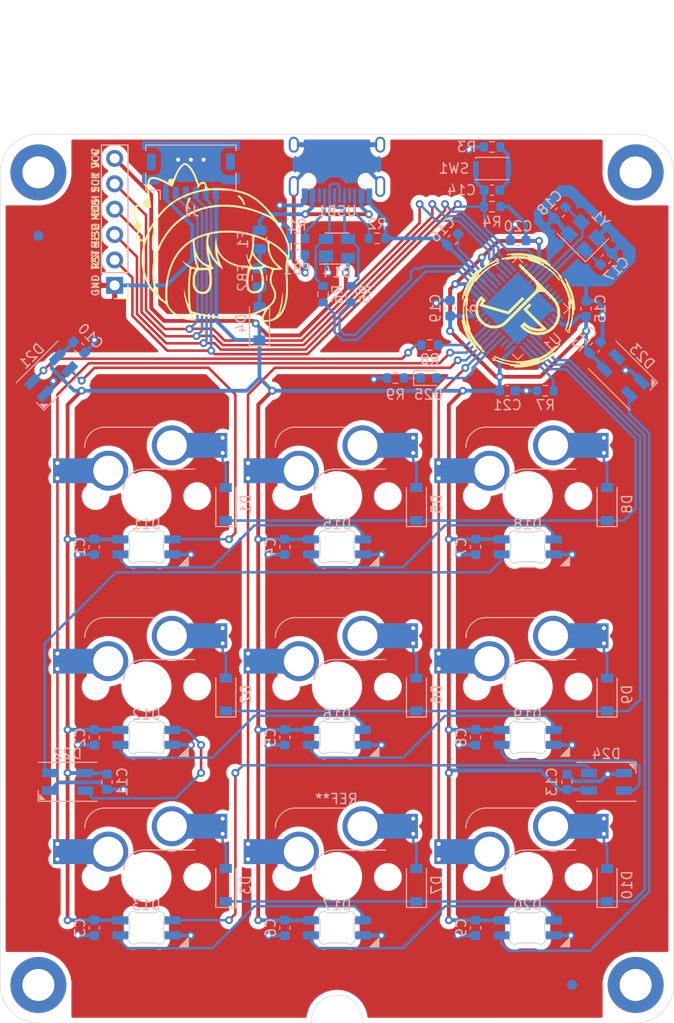
<source format=kicad_pcb>
(kicad_pcb (version 20171130) (host pcbnew "(5.1.9)-1")
  (layers (0 F.Cu signal) (31 B.Cu signal) (34 B.Paste user) (35 F.Paste user) (36 B.SilkS user) (37 F.SilkS user) (38 B.Mask user) (39 F.Mask user) (44 Edge.Cuts user))
  (net 0 "")
  (net 1 GND)
  (net 2 +5V)
  (net 3 RST)
  (net 4 "Net-(C16-Pad1)")
  (net 5 XTAL1)
  (net 6 XTAL2)
  (net 7 "Net-(D1-Pad2)")
  (net 8 ROW0)
  (net 9 "Net-(D2-Pad2)")
  (net 10 ROW1)
  (net 11 "Net-(D3-Pad2)")
  (net 12 ROW2)
  (net 13 VCC)
  (net 14 "Net-(D5-Pad2)")
  (net 15 "Net-(D6-Pad2)")
  (net 16 "Net-(D7-Pad2)")
  (net 17 "Net-(D8-Pad2)")
  (net 18 "Net-(D9-Pad2)")
  (net 19 "Net-(D10-Pad2)")
  (net 20 RGB1)
  (net 21 "Net-(D11-Pad2)")
  (net 22 "Net-(D12-Pad2)")
  (net 23 "Net-(D13-Pad2)")
  (net 24 D+)
  (net 25 D-)
  (net 26 "Net-(D15-Pad2)")
  (net 27 "Net-(D17-Pad2)")
  (net 28 "Net-(D23-Pad2)")
  (net 29 Fuse)
  (net 30 "Net-(F1-Pad1)")
  (net 31 "Net-(FB1-Pad2)")
  (net 32 SCK)
  (net 33 MOSI)
  (net 34 MISO)
  (net 35 COL0)
  (net 36 COL1)
  (net 37 COL2)
  (net 38 "Net-(R1-Pad2)")
  (net 39 "Net-(R2-Pad2)")
  (net 40 "Net-(R7-Pad2)")
  (net 41 "Net-(R8-Pad2)")
  (net 42 "Net-(U1-Pad42)")
  (net 43 "Net-(U1-Pad36)")
  (net 44 "Net-(U1-Pad29)")
  (net 45 "Net-(U1-Pad28)")
  (net 46 "Net-(U1-Pad27)")
  (net 47 "Net-(U1-Pad26)")
  (net 48 "Net-(U1-Pad25)")
  (net 49 "Net-(U1-Pad22)")
  (net 50 "Net-(U1-Pad21)")
  (net 51 "Net-(U1-Pad20)")
  (net 52 "Net-(U1-Pad19)")
  (net 53 "Net-(U1-Pad18)")
  (net 54 "Net-(U1-Pad12)")
  (net 55 "Net-(U1-Pad8)")
  (net 56 "Net-(U1-Pad1)")
  (net 57 "Net-(USB1-Pad3)")
  (net 58 "Net-(USB1-Pad9)")
  (net 59 "Net-(D16-Pad2)")
  (net 60 D11)
  (net 61 D12)
  (net 62 D13)
  (net 63 D22)
  (net 64 D24)
  (net 65 D23)
  (net 66 "Net-(D25-Pad2)")
  (net 67 "Net-(D25-Pad1)")
  (net 68 "Net-(C14-Pad2)")
  (net 69 D_P)
  (net 70 D_N)
  (module custom_footprints:SW_Hotswap_1.00u (layer F.Cu) (at 47.625 155.575)
    (fp_text reference MX2)
    (fp_text value MX-NoLED)
    (pad 2 smd rect (at 5.842 -5.08) (size 4.5 2.5) (layers B.Cu) (net 9 "Net-(D2-Pad2)"))
    (pad 1 smd rect (at -7.085 -2.54) (size 4.5 2.5) (layers B.Cu) (net 35 COL0))
    (pad 2 thru_hole circle (at 7.62 -4.318) (size 0.8 0.8) (drill 0.4) (layers *.Cu) (net 9 "Net-(D2-Pad2)"))
    (pad 1 thru_hole circle (at -8.89 -1.778) (size 0.8 0.8) (drill 0.4) (layers *.Cu) (net 35 COL0))
    (pad 2 thru_hole circle (at 7.62 -5.842) (size 0.8 0.8) (drill 0.4) (layers *.Cu) (net 9 "Net-(D2-Pad2)"))
    (pad 1 thru_hole circle (at -8.89 -3.302) (size 0.8 0.8) (drill 0.4) (layers *.Cu) (net 35 COL0))
    (pad "" np_thru_hole circle (at 5.08 0 48.0996) (size 1.75 1.75) (drill 1.75) (layers *.Cu *.Mask))
    (pad "" np_thru_hole circle (at -5.08 0 48.0996) (size 1.75 1.75) (drill 1.75) (layers *.Cu *.Mask))
    (pad 1 thru_hole circle (at -3.81 -2.54) (size 4 4) (drill 3) (layers *.Cu) (net 35 COL0))
    (pad "" np_thru_hole circle (at 0 0) (size 3.9878 3.9878) (drill 3.9878) (layers *.Cu *.Mask))
    (pad 2 thru_hole circle (at 2.54 -5.08) (size 4 4) (drill 3) (layers *.Cu) (net 9 "Net-(D2-Pad2)"))
  )
  (module Package_DFN_QFN:QFN-44-1EP_7x7mm_P0.5mm_EP5.2x5.2mm (layer B.Cu) (at 84.74075 117.76075 315)
    (fp_text reference U1 (at 4.849338 -0.044901 225) (layer B.SilkS) (effects (justify mirror)))
    (fp_text value ATmega32U4-MU hide)
    (pad 45 smd rect (at 0 0 315) (size 5.2 5.2) (layers B.Cu B.Mask) (net 1 GND))
    (pad 44 smd roundrect (at -2.5 3.3375 315) (size 0.25 1.075) (layers B.Cu B.Paste B.Mask) (net 2 +5V))
    (pad 43 smd roundrect (at -2 3.3375 315) (size 0.25 1.075) (layers B.Cu B.Paste B.Mask) (net 1 GND))
    (pad 42 smd roundrect (at -1.5 3.3375 315) (size 0.25 1.075) (layers B.Cu B.Paste B.Mask) (net 42 "Net-(U1-Pad42)"))
    (pad 41 smd roundrect (at -1 3.3375 315) (size 0.25 1.075) (layers B.Cu B.Paste B.Mask) (net 41 "Net-(R8-Pad2)"))
    (pad 40 smd roundrect (at -0.5 3.3375 315) (size 0.25 1.075) (layers B.Cu B.Paste B.Mask) (net 35 COL0))
    (pad 39 smd roundrect (at 0 3.3375 315) (size 0.25 1.075) (layers B.Cu B.Paste B.Mask) (net 36 COL1))
    (pad 38 smd roundrect (at 0.5 3.3375 315) (size 0.25 1.075) (layers B.Cu B.Paste B.Mask) (net 37 COL2))
    (pad 37 smd roundrect (at 1 3.3375 315) (size 0.25 1.075) (layers B.Cu B.Paste B.Mask) (net 66 "Net-(D25-Pad2)"))
    (pad 36 smd roundrect (at 1.5 3.3375 315) (size 0.25 1.075) (layers B.Cu B.Paste B.Mask) (net 43 "Net-(U1-Pad36)"))
    (pad 35 smd roundrect (at 2 3.3375 315) (size 0.25 1.075) (layers B.Cu B.Paste B.Mask) (net 1 GND))
    (pad 34 smd roundrect (at 2.5 3.3375 315) (size 0.25 1.075) (layers B.Cu B.Paste B.Mask) (net 2 +5V))
    (pad 33 smd roundrect (at 3.3375 2.5 315) (size 1.075 0.25) (layers B.Cu B.Paste B.Mask) (net 40 "Net-(R7-Pad2)"))
    (pad 32 smd roundrect (at 3.3375 2 315) (size 1.075 0.25) (layers B.Cu B.Paste B.Mask) (net 8 ROW0))
    (pad 31 smd roundrect (at 3.3375 1.5 315) (size 1.075 0.25) (layers B.Cu B.Paste B.Mask) (net 10 ROW1))
    (pad 30 smd roundrect (at 3.3375 1 315) (size 1.075 0.25) (layers B.Cu B.Paste B.Mask) (net 12 ROW2))
    (pad 29 smd roundrect (at 3.3375 0.5 315) (size 1.075 0.25) (layers B.Cu B.Paste B.Mask) (net 44 "Net-(U1-Pad29)"))
    (pad 28 smd roundrect (at 3.3375 0 315) (size 1.075 0.25) (layers B.Cu B.Paste B.Mask) (net 45 "Net-(U1-Pad28)"))
    (pad 27 smd roundrect (at 3.3375 -0.5 315) (size 1.075 0.25) (layers B.Cu B.Paste B.Mask) (net 46 "Net-(U1-Pad27)"))
    (pad 26 smd roundrect (at 3.3375 -1 315) (size 1.075 0.25) (layers B.Cu B.Paste B.Mask) (net 47 "Net-(U1-Pad26)"))
    (pad 25 smd roundrect (at 3.3375 -1.5 315) (size 1.075 0.25) (layers B.Cu B.Paste B.Mask) (net 48 "Net-(U1-Pad25)"))
    (pad 24 smd roundrect (at 3.3375 -2 315) (size 1.075 0.25) (layers B.Cu B.Paste B.Mask) (net 2 +5V))
    (pad 23 smd roundrect (at 3.3375 -2.5 315) (size 1.075 0.25) (layers B.Cu B.Paste B.Mask) (net 1 GND))
    (pad 22 smd roundrect (at 2.5 -3.3375 315) (size 0.25 1.075) (layers B.Cu B.Paste B.Mask) (net 49 "Net-(U1-Pad22)"))
    (pad 21 smd roundrect (at 2 -3.3375 315) (size 0.25 1.075) (layers B.Cu B.Paste B.Mask) (net 50 "Net-(U1-Pad21)"))
    (pad 20 smd roundrect (at 1.5 -3.3375 315) (size 0.25 1.075) (layers B.Cu B.Paste B.Mask) (net 51 "Net-(U1-Pad20)"))
    (pad 19 smd roundrect (at 1 -3.3375 315) (size 0.25 1.075) (layers B.Cu B.Paste B.Mask) (net 52 "Net-(U1-Pad19)"))
    (pad 18 smd roundrect (at 0.5 -3.3375 315) (size 0.25 1.075) (layers B.Cu B.Paste B.Mask) (net 53 "Net-(U1-Pad18)"))
    (pad 17 smd roundrect (at 0 -3.3375 315) (size 0.25 1.075) (layers B.Cu B.Paste B.Mask) (net 5 XTAL1))
    (pad 16 smd roundrect (at -0.5 -3.3375 315) (size 0.25 1.075) (layers B.Cu B.Paste B.Mask) (net 6 XTAL2))
    (pad 15 smd roundrect (at -1 -3.3375 315) (size 0.25 1.075) (layers B.Cu B.Paste B.Mask) (net 1 GND))
    (pad 14 smd roundrect (at -1.5 -3.3375 315) (size 0.25 1.075) (layers B.Cu B.Paste B.Mask) (net 2 +5V))
    (pad 13 smd roundrect (at -2 -3.3375 315) (size 0.25 1.075) (layers B.Cu B.Paste B.Mask) (net 3 RST))
    (pad 12 smd roundrect (at -2.5 -3.3375 315) (size 0.25 1.075) (layers B.Cu B.Paste B.Mask) (net 54 "Net-(U1-Pad12)"))
    (pad 11 smd roundrect (at -3.3375 -2.5 315) (size 1.075 0.25) (layers B.Cu B.Paste B.Mask) (net 34 MISO))
    (pad 10 smd roundrect (at -3.3375 -2 315) (size 1.075 0.25) (layers B.Cu B.Paste B.Mask) (net 33 MOSI))
    (pad 9 smd roundrect (at -3.3375 -1.5 315) (size 1.075 0.25) (layers B.Cu B.Paste B.Mask) (net 32 SCK))
    (pad 8 smd roundrect (at -3.3375 -1 315) (size 1.075 0.25) (layers B.Cu B.Paste B.Mask) (net 55 "Net-(U1-Pad8)"))
    (pad 7 smd roundrect (at -3.3375 -0.5 315) (size 1.075 0.25) (layers B.Cu B.Paste B.Mask) (net 2 +5V))
    (pad 6 smd roundrect (at -3.3375 0 315) (size 1.075 0.25) (layers B.Cu B.Paste B.Mask) (net 4 "Net-(C16-Pad1)"))
    (pad 5 smd roundrect (at -3.3375 0.5 315) (size 1.075 0.25) (layers B.Cu B.Paste B.Mask) (net 1 GND))
    (pad 4 smd roundrect (at -3.3375 1 315) (size 1.075 0.25) (layers B.Cu B.Paste B.Mask) (net 69 D_P))
    (pad 3 smd roundrect (at -3.3375 1.5 315) (size 1.075 0.25) (layers B.Cu B.Paste B.Mask) (net 70 D_N))
    (pad 2 smd roundrect (at -3.3375 2 315) (size 1.075 0.25) (layers B.Cu B.Paste B.Mask) (net 2 +5V))
    (pad 1 smd roundrect (at -3.3375 2.5 315) (size 1.075 0.25) (layers B.Cu B.Paste B.Mask) (net 56 "Net-(U1-Pad1)"))
  )
  (module LED_SMD:LED_SK6812MINI_PLCC4_3.5x3.5mm_P1.75mm (layer B.Cu) (at 93.599 165.1)
    (fp_text reference D24 (at 0 -2.794) (layer B.SilkS) (effects (justify mirror)))
    (fp_text value WS2812B-MINI)
    (pad 1 smd rect (at -1.75 0.875) (size 1.6 0.85) (layers B.Cu B.Paste B.Mask) (net 2 +5V))
    (pad 2 smd rect (at -1.75 -0.875) (size 1.6 0.85) (layers B.Cu B.Paste B.Mask) (net 62 D13))
    (pad 4 smd rect (at 1.75 0.875) (size 1.6 0.85) (layers B.Cu B.Paste B.Mask) (net 64 D24))
    (pad 3 smd rect (at 1.75 -0.875) (size 1.6 0.85) (layers B.Cu B.Paste B.Mask) (net 1 GND))
  )
  (module LED_SMD:LED_SK6812MINI_PLCC4_3.5x3.5mm_P1.75mm (layer B.Cu) (at 95.25 124.46 315)
    (fp_text reference D23 (at 0 -2.694077 315) (layer B.SilkS) (effects (justify mirror)))
    (fp_text value WS2812B-MINI)
    (pad 1 smd rect (at -1.75 0.875 315) (size 1.6 0.85) (layers B.Cu B.Paste B.Mask) (net 2 +5V))
    (pad 2 smd rect (at -1.75 -0.875 315) (size 1.6 0.85) (layers B.Cu B.Paste B.Mask) (net 28 "Net-(D23-Pad2)"))
    (pad 4 smd rect (at 1.75 0.875 315) (size 1.6 0.85) (layers B.Cu B.Paste B.Mask) (net 65 D23))
    (pad 3 smd rect (at 1.75 -0.875 315) (size 1.6 0.85) (layers B.Cu B.Paste B.Mask) (net 1 GND))
  )
  (module LED_SMD:LED_SK6812MINI_PLCC4_3.5x3.5mm_P1.75mm (layer B.Cu) (at 38.1 124.46 225)
    (fp_text reference D21 (at 0 2.75 225) (layer B.SilkS) (effects (justify mirror)))
    (fp_text value WS2812B-MINI)
    (pad 1 smd rect (at -1.75 0.875 225) (size 1.6 0.85) (layers B.Cu B.Paste B.Mask) (net 2 +5V))
    (pad 2 smd rect (at -1.75 -0.875 225) (size 1.6 0.85) (layers B.Cu B.Paste B.Mask) (net 60 D11))
    (pad 4 smd rect (at 1.75 0.875 225) (size 1.6 0.85) (layers B.Cu B.Paste B.Mask) (net 20 RGB1))
    (pad 3 smd rect (at 1.75 -0.875 225) (size 1.6 0.85) (layers B.Cu B.Paste B.Mask) (net 1 GND))
  )
  (module LED_SMD:LED_SK6812MINI_PLCC4_3.5x3.5mm_P1.75mm (layer B.Cu) (at 39.751 165.1 180)
    (fp_text reference D22 (at 0 2.794 180) (layer B.SilkS) (effects (justify mirror)))
    (fp_text value WS2812B-MINI)
    (pad 1 smd rect (at -1.75 0.875 180) (size 1.6 0.85) (layers B.Cu B.Paste B.Mask) (net 2 +5V))
    (pad 2 smd rect (at -1.75 -0.875 180) (size 1.6 0.85) (layers B.Cu B.Paste B.Mask) (net 61 D12))
    (pad 4 smd rect (at 1.75 0.875 180) (size 1.6 0.85) (layers B.Cu B.Paste B.Mask) (net 63 D22))
    (pad 3 smd rect (at 1.75 -0.875 180) (size 1.6 0.85) (layers B.Cu B.Paste B.Mask) (net 1 GND))
  )
  (module custom_footprints:SW_Hotswap_1.00u (layer F.Cu) (at 47.625 136.525)
    (fp_text reference MX1)
    (fp_text value MX-NoLED)
    (pad 2 smd rect (at 5.842 -5.08) (size 4.5 2.5) (layers B.Cu) (net 7 "Net-(D1-Pad2)"))
    (pad 1 smd rect (at -7.085 -2.54) (size 4.5 2.5) (layers B.Cu) (net 35 COL0))
    (pad 2 thru_hole circle (at 7.62 -4.318) (size 0.8 0.8) (drill 0.4) (layers *.Cu) (net 7 "Net-(D1-Pad2)"))
    (pad 1 thru_hole circle (at -8.89 -1.778) (size 0.8 0.8) (drill 0.4) (layers *.Cu) (net 35 COL0))
    (pad 2 thru_hole circle (at 7.62 -5.842) (size 0.8 0.8) (drill 0.4) (layers *.Cu) (net 7 "Net-(D1-Pad2)"))
    (pad 1 thru_hole circle (at -8.89 -3.302) (size 0.8 0.8) (drill 0.4) (layers *.Cu) (net 35 COL0))
    (pad "" np_thru_hole circle (at 5.08 0 48.0996) (size 1.75 1.75) (drill 1.75) (layers *.Cu *.Mask))
    (pad "" np_thru_hole circle (at -5.08 0 48.0996) (size 1.75 1.75) (drill 1.75) (layers *.Cu *.Mask))
    (pad 1 thru_hole circle (at -3.81 -2.54) (size 4 4) (drill 3) (layers *.Cu) (net 35 COL0))
    (pad "" np_thru_hole circle (at 0 0) (size 3.9878 3.9878) (drill 3.9878) (layers *.Cu *.Mask))
    (pad 2 thru_hole circle (at 2.54 -5.08) (size 4 4) (drill 3) (layers *.Cu) (net 7 "Net-(D1-Pad2)"))
  )
  (module custom_footprints:SW_Hotswap_1.00u (layer F.Cu) (at 85.725 174.625)
    (fp_text reference MX9)
    (fp_text value MX-NoLED)
    (pad 2 smd rect (at 5.842 -5.08) (size 4.5 2.5) (layers B.Cu) (net 19 "Net-(D10-Pad2)"))
    (pad 1 smd rect (at -7.085 -2.54) (size 4.5 2.5) (layers B.Cu) (net 37 COL2))
    (pad 2 thru_hole circle (at 7.62 -4.318) (size 0.8 0.8) (drill 0.4) (layers *.Cu) (net 19 "Net-(D10-Pad2)"))
    (pad 1 thru_hole circle (at -8.89 -1.778) (size 0.8 0.8) (drill 0.4) (layers *.Cu) (net 37 COL2))
    (pad 2 thru_hole circle (at 7.62 -5.842) (size 0.8 0.8) (drill 0.4) (layers *.Cu) (net 19 "Net-(D10-Pad2)"))
    (pad 1 thru_hole circle (at -8.89 -3.302) (size 0.8 0.8) (drill 0.4) (layers *.Cu) (net 37 COL2))
    (pad "" np_thru_hole circle (at 5.08 0 48.0996) (size 1.75 1.75) (drill 1.75) (layers *.Cu *.Mask))
    (pad "" np_thru_hole circle (at -5.08 0 48.0996) (size 1.75 1.75) (drill 1.75) (layers *.Cu *.Mask))
    (pad 1 thru_hole circle (at -3.81 -2.54) (size 4 4) (drill 3) (layers *.Cu) (net 37 COL2))
    (pad "" np_thru_hole circle (at 0 0) (size 3.9878 3.9878) (drill 3.9878) (layers *.Cu *.Mask))
    (pad 2 thru_hole circle (at 2.54 -5.08) (size 4 4) (drill 3) (layers *.Cu) (net 19 "Net-(D10-Pad2)"))
  )
  (module custom_footprints:SW_Hotswap_1.00u (layer F.Cu) (at 66.675 174.625)
    (fp_text reference MX6)
    (fp_text value MX-NoLED)
    (fp_text user REF** (at -0.0635 -7.8105) (layer B.SilkS) (effects (justify mirror)))
    (pad 2 smd rect (at 5.842 -5.08) (size 4.5 2.5) (layers B.Cu) (net 16 "Net-(D7-Pad2)"))
    (pad 1 smd rect (at -7.085 -2.54) (size 4.5 2.5) (layers B.Cu) (net 36 COL1))
    (pad 2 thru_hole circle (at 7.62 -4.318) (size 0.8 0.8) (drill 0.4) (layers *.Cu) (net 16 "Net-(D7-Pad2)"))
    (pad 1 thru_hole circle (at -8.89 -1.778) (size 0.8 0.8) (drill 0.4) (layers *.Cu) (net 36 COL1))
    (pad 2 thru_hole circle (at 7.62 -5.842) (size 0.8 0.8) (drill 0.4) (layers *.Cu) (net 16 "Net-(D7-Pad2)"))
    (pad 1 thru_hole circle (at -8.89 -3.302) (size 0.8 0.8) (drill 0.4) (layers *.Cu) (net 36 COL1))
    (pad "" np_thru_hole circle (at 5.08 0 48.0996) (size 1.75 1.75) (drill 1.75) (layers *.Cu *.Mask))
    (pad "" np_thru_hole circle (at -5.08 0 48.0996) (size 1.75 1.75) (drill 1.75) (layers *.Cu *.Mask))
    (pad 1 thru_hole circle (at -3.81 -2.54) (size 4 4) (drill 3) (layers *.Cu) (net 36 COL1))
    (pad "" np_thru_hole circle (at 0 0) (size 3.9878 3.9878) (drill 3.9878) (layers *.Cu *.Mask))
    (pad 2 thru_hole circle (at 2.54 -5.08) (size 4 4) (drill 3) (layers *.Cu) (net 16 "Net-(D7-Pad2)"))
  )
  (module custom_footprints:SW_Hotswap_1.00u (layer F.Cu) (at 85.725 155.575)
    (fp_text reference MX8)
    (fp_text value MX-NoLED)
    (pad 2 smd rect (at 5.842 -5.08) (size 4.5 2.5) (layers B.Cu) (net 18 "Net-(D9-Pad2)"))
    (pad 1 smd rect (at -7.085 -2.54) (size 4.5 2.5) (layers B.Cu) (net 37 COL2))
    (pad 2 thru_hole circle (at 7.62 -4.318) (size 0.8 0.8) (drill 0.4) (layers *.Cu) (net 18 "Net-(D9-Pad2)"))
    (pad 1 thru_hole circle (at -8.89 -1.778) (size 0.8 0.8) (drill 0.4) (layers *.Cu) (net 37 COL2))
    (pad 2 thru_hole circle (at 7.62 -5.842) (size 0.8 0.8) (drill 0.4) (layers *.Cu) (net 18 "Net-(D9-Pad2)"))
    (pad 1 thru_hole circle (at -8.89 -3.302) (size 0.8 0.8) (drill 0.4) (layers *.Cu) (net 37 COL2))
    (pad "" np_thru_hole circle (at 5.08 0 48.0996) (size 1.75 1.75) (drill 1.75) (layers *.Cu *.Mask))
    (pad "" np_thru_hole circle (at -5.08 0 48.0996) (size 1.75 1.75) (drill 1.75) (layers *.Cu *.Mask))
    (pad 1 thru_hole circle (at -3.81 -2.54) (size 4 4) (drill 3) (layers *.Cu) (net 37 COL2))
    (pad "" np_thru_hole circle (at 0 0) (size 3.9878 3.9878) (drill 3.9878) (layers *.Cu *.Mask))
    (pad 2 thru_hole circle (at 2.54 -5.08) (size 4 4) (drill 3) (layers *.Cu) (net 18 "Net-(D9-Pad2)"))
  )
  (module custom_footprints:SW_Hotswap_1.00u (layer F.Cu) (at 66.675 136.525)
    (fp_text reference MX4)
    (fp_text value MX-NoLED)
    (pad 2 smd rect (at 5.842 -5.08) (size 4.5 2.5) (layers B.Cu) (net 14 "Net-(D5-Pad2)"))
    (pad 1 smd rect (at -7.085 -2.54) (size 4.5 2.5) (layers B.Cu) (net 36 COL1))
    (pad 2 thru_hole circle (at 7.62 -4.318) (size 0.8 0.8) (drill 0.4) (layers *.Cu) (net 14 "Net-(D5-Pad2)"))
    (pad 1 thru_hole circle (at -8.89 -1.778) (size 0.8 0.8) (drill 0.4) (layers *.Cu) (net 36 COL1))
    (pad 2 thru_hole circle (at 7.62 -5.842) (size 0.8 0.8) (drill 0.4) (layers *.Cu) (net 14 "Net-(D5-Pad2)"))
    (pad 1 thru_hole circle (at -8.89 -3.302) (size 0.8 0.8) (drill 0.4) (layers *.Cu) (net 36 COL1))
    (pad "" np_thru_hole circle (at 5.08 0 48.0996) (size 1.75 1.75) (drill 1.75) (layers *.Cu *.Mask))
    (pad "" np_thru_hole circle (at -5.08 0 48.0996) (size 1.75 1.75) (drill 1.75) (layers *.Cu *.Mask))
    (pad 1 thru_hole circle (at -3.81 -2.54) (size 4 4) (drill 3) (layers *.Cu) (net 36 COL1))
    (pad "" np_thru_hole circle (at 0 0) (size 3.9878 3.9878) (drill 3.9878) (layers *.Cu *.Mask))
    (pad 2 thru_hole circle (at 2.54 -5.08) (size 4 4) (drill 3) (layers *.Cu) (net 14 "Net-(D5-Pad2)"))
  )
  (module custom_footprints:SW_Hotswap_1.00u (layer F.Cu) (at 85.725 136.525)
    (fp_text reference MX7)
    (fp_text value MX-NoLED)
    (pad 2 smd rect (at 5.842 -5.08) (size 4.5 2.5) (layers B.Cu) (net 17 "Net-(D8-Pad2)"))
    (pad 1 smd rect (at -7.085 -2.54) (size 4.5 2.5) (layers B.Cu) (net 37 COL2))
    (pad 2 thru_hole circle (at 7.62 -4.318) (size 0.8 0.8) (drill 0.4) (layers *.Cu) (net 17 "Net-(D8-Pad2)"))
    (pad 1 thru_hole circle (at -8.89 -1.778) (size 0.8 0.8) (drill 0.4) (layers *.Cu) (net 37 COL2))
    (pad 2 thru_hole circle (at 7.62 -5.842) (size 0.8 0.8) (drill 0.4) (layers *.Cu) (net 17 "Net-(D8-Pad2)"))
    (pad 1 thru_hole circle (at -8.89 -3.302) (size 0.8 0.8) (drill 0.4) (layers *.Cu) (net 37 COL2))
    (pad "" np_thru_hole circle (at 5.08 0 48.0996) (size 1.75 1.75) (drill 1.75) (layers *.Cu *.Mask))
    (pad "" np_thru_hole circle (at -5.08 0 48.0996) (size 1.75 1.75) (drill 1.75) (layers *.Cu *.Mask))
    (pad 1 thru_hole circle (at -3.81 -2.54) (size 4 4) (drill 3) (layers *.Cu) (net 37 COL2))
    (pad "" np_thru_hole circle (at 0 0) (size 3.9878 3.9878) (drill 3.9878) (layers *.Cu *.Mask))
    (pad 2 thru_hole circle (at 2.54 -5.08) (size 4 4) (drill 3) (layers *.Cu) (net 17 "Net-(D8-Pad2)"))
  )
  (module custom_footprints:SW_Hotswap_1.00u (layer F.Cu) (at 66.675 155.575)
    (fp_text reference MX5)
    (fp_text value MX-NoLED)
    (pad 2 smd rect (at 5.842 -5.08) (size 4.5 2.5) (layers B.Cu) (net 15 "Net-(D6-Pad2)"))
    (pad 1 smd rect (at -7.085 -2.54) (size 4.5 2.5) (layers B.Cu) (net 36 COL1))
    (pad 2 thru_hole circle (at 7.62 -4.318) (size 0.8 0.8) (drill 0.4) (layers *.Cu) (net 15 "Net-(D6-Pad2)"))
    (pad 1 thru_hole circle (at -8.89 -1.778) (size 0.8 0.8) (drill 0.4) (layers *.Cu) (net 36 COL1))
    (pad 2 thru_hole circle (at 7.62 -5.842) (size 0.8 0.8) (drill 0.4) (layers *.Cu) (net 15 "Net-(D6-Pad2)"))
    (pad 1 thru_hole circle (at -8.89 -3.302) (size 0.8 0.8) (drill 0.4) (layers *.Cu) (net 36 COL1))
    (pad "" np_thru_hole circle (at 5.08 0 48.0996) (size 1.75 1.75) (drill 1.75) (layers *.Cu *.Mask))
    (pad "" np_thru_hole circle (at -5.08 0 48.0996) (size 1.75 1.75) (drill 1.75) (layers *.Cu *.Mask))
    (pad 1 thru_hole circle (at -3.81 -2.54) (size 4 4) (drill 3) (layers *.Cu) (net 36 COL1))
    (pad "" np_thru_hole circle (at 0 0) (size 3.9878 3.9878) (drill 3.9878) (layers *.Cu *.Mask))
    (pad 2 thru_hole circle (at 2.54 -5.08) (size 4 4) (drill 3) (layers *.Cu) (net 15 "Net-(D6-Pad2)"))
  )
  (module custom_footprints:SW_Hotswap_1.00u (layer F.Cu) (at 47.625 174.625)
    (fp_text reference MX3)
    (fp_text value MX-NoLED)
    (pad 2 smd rect (at 5.842 -5.08) (size 4.5 2.5) (layers B.Cu) (net 11 "Net-(D3-Pad2)"))
    (pad 1 smd rect (at -7.085 -2.54) (size 4.5 2.5) (layers B.Cu) (net 35 COL0))
    (pad 2 thru_hole circle (at 7.62 -4.318) (size 0.8 0.8) (drill 0.4) (layers *.Cu) (net 11 "Net-(D3-Pad2)"))
    (pad 1 thru_hole circle (at -8.89 -1.778) (size 0.8 0.8) (drill 0.4) (layers *.Cu) (net 35 COL0))
    (pad 2 thru_hole circle (at 7.62 -5.842) (size 0.8 0.8) (drill 0.4) (layers *.Cu) (net 11 "Net-(D3-Pad2)"))
    (pad 1 thru_hole circle (at -8.89 -3.302) (size 0.8 0.8) (drill 0.4) (layers *.Cu) (net 35 COL0))
    (pad "" np_thru_hole circle (at 5.08 0 48.0996) (size 1.75 1.75) (drill 1.75) (layers *.Cu *.Mask))
    (pad "" np_thru_hole circle (at -5.08 0 48.0996) (size 1.75 1.75) (drill 1.75) (layers *.Cu *.Mask))
    (pad 1 thru_hole circle (at -3.81 -2.54) (size 4 4) (drill 3) (layers *.Cu) (net 35 COL0))
    (pad "" np_thru_hole circle (at 0 0) (size 3.9878 3.9878) (drill 3.9878) (layers *.Cu *.Mask))
    (pad 2 thru_hole circle (at 2.54 -5.08) (size 4 4) (drill 3) (layers *.Cu) (net 11 "Net-(D3-Pad2)"))
  )
  (module MountingHole:MountingHole_3.2mm_M3_DIN965_Pad (layer F.Cu) (at 96.52 185.42)
    (fp_text reference H4 hide)
    (fp_text value MountingHole)
    (pad 1 thru_hole circle (at 0 0) (size 5.6 5.6) (drill 3.2) (layers *.Cu *.Mask))
  )
  (module MountingHole:MountingHole_3.2mm_M3_DIN965_Pad (layer F.Cu) (at 96.52 104.14)
    (fp_text reference H3 hide)
    (fp_text value MountingHole)
    (pad 1 thru_hole circle (at 0 0) (size 5.6 5.6) (drill 3.2) (layers *.Cu *.Mask))
  )
  (module MountingHole:MountingHole_3.2mm_M3_DIN965_Pad (layer F.Cu) (at 36.83 185.42)
    (fp_text reference H2 hide)
    (fp_text value MountingHole)
    (pad 1 thru_hole circle (at 0 0) (size 5.6 5.6) (drill 3.2) (layers *.Cu *.Mask))
  )
  (module MountingHole:MountingHole_3.2mm_M3_DIN965_Pad (layer F.Cu) (at 36.83 104.14)
    (fp_text reference H1 hide)
    (fp_text value MountingHole)
    (pad 1 thru_hole circle (at 0 0) (size 5.6 5.6) (drill 3.2) (layers *.Cu *.Mask))
  )
  (module Logo:rin_small (layer F.Cu) (at 54.102 111.125)
    (fp_text reference G*** hide)
    (fp_text value LOGO hide)
  )
  (module Logo:jp_logo_hq_11mm (layer F.Cu) (at 84.709 117.983 315)
    (fp_text reference G*** hide)
    (fp_text value LOGO hide)
  )
  (module Fiducial:Fiducial_1mm_Mask3mm (layer B.Cu) (at 90.17 185.42)
    (fp_text reference REF** hide)
    (fp_text value Fiducial_1mm_Mask3mm)
    (pad "" smd circle (at 0 0) (size 1 1) (layers B.Cu B.Mask) (clearance 1))
  )
  (module Fiducial:Fiducial_1mm_Mask3mm (layer B.Cu) (at 36.83 110.49)
    (fp_text reference REF** hide)
    (fp_text value Fiducial_1mm_Mask3mm)
    (pad "" smd circle (at 0 0) (size 1 1) (layers B.Cu B.Mask) (clearance 1))
  )
  (module Capacitor_SMD:C_0603_1608Metric (layer B.Cu) (at 82.169 105.918)
    (fp_text reference C14 (at -3.048 0) (layer B.SilkS) (effects (justify mirror)))
    (fp_text value 100nF)
    (pad 2 smd roundrect (at 0.775 0) (size 0.9 0.95) (layers B.Cu B.Paste B.Mask) (net 68 "Net-(C14-Pad2)"))
    (pad 1 smd roundrect (at -0.775 0) (size 0.9 0.95) (layers B.Cu B.Paste B.Mask) (net 3 RST))
  )
  (module Button_Switch_SMD:SW_SPST_CK_KXT3 (layer B.Cu) (at 82.169 103.759 180)
    (fp_text reference SW1 (at 3.81 0) (layer B.SilkS) (effects (justify mirror)))
    (fp_text value SW_Push)
    (pad 2 smd rect (at 1.625 0 180) (size 0.55 1.5) (layers B.Cu B.Paste B.Mask) (net 3 RST))
    (pad 1 smd rect (at -1.625 0 180) (size 0.55 1.5) (layers B.Cu B.Paste B.Mask) (net 68 "Net-(C14-Pad2)"))
  )
  (module Keebio-Parts:ICSP-Header (layer F.Cu) (at 44.45 115.443 180)
    (fp_text reference J2 hide)
    (fp_text value ICSP)
    (fp_text user GND (at 1.905 0 90) (layer F.SilkS) (effects (font (size 0.7 0.7))))
    (fp_text user RST (at 1.905 2.54 90) (layer F.SilkS) (effects (font (size 0.7 0.7))))
    (fp_text user MOSI (at 1.905 7.747 90) (layer F.SilkS) (effects (font (size 0.7 0.7))))
    (fp_text user SCK (at 1.905 10.287 90) (layer F.SilkS) (effects (font (size 0.7 0.7))))
    (fp_text user VCC (at 1.905 12.7 90) (layer F.SilkS) (effects (font (size 0.7 0.7))))
    (fp_text user MISO (at 1.905 4.953 90) (layer F.SilkS) (effects (font (size 0.7 0.7))))
    (fp_text user MOSI (at 1.905 7.747 90) (layer B.SilkS) (effects (font (size 0.7 0.7)) (justify mirror)))
    (fp_text user SCK (at 1.905 10.287 90) (layer B.SilkS) (effects (font (size 0.7 0.7)) (justify mirror)))
    (fp_text user MISO (at 1.905 4.953 90) (layer B.SilkS) (effects (font (size 0.7 0.7)) (justify mirror)))
    (fp_text user RST (at 1.905 2.54 90) (layer B.SilkS) (effects (font (size 0.7 0.7)) (justify mirror)))
    (fp_text user GND (at 1.905 0 90) (layer B.SilkS) (effects (font (size 0.7 0.7)) (justify mirror)))
    (fp_text user VCC (at 1.905 12.7 90) (layer B.SilkS) (effects (font (size 0.7 0.7)) (justify mirror)))
    (pad 1 thru_hole rect (at 0 0 180) (size 1.7 1.7) (drill 1) (layers *.Cu *.Mask) (net 1 GND))
    (pad 2 thru_hole oval (at 0 2.54 180) (size 1.7 1.7) (drill 1) (layers *.Cu *.Mask) (net 3 RST))
    (pad 3 thru_hole oval (at 0 5.08 180) (size 1.7 1.7) (drill 1) (layers *.Cu *.Mask) (net 34 MISO))
    (pad 4 thru_hole oval (at 0 7.62 180) (size 1.7 1.7) (drill 1) (layers *.Cu *.Mask) (net 33 MOSI))
    (pad 5 thru_hole oval (at 0 10.16 180) (size 1.7 1.7) (drill 1) (layers *.Cu *.Mask) (net 32 SCK))
    (pad 6 thru_hole oval (at 0 12.7 180) (size 1.7 1.7) (drill 1) (layers *.Cu *.Mask) (net 2 +5V))
  )
  (module LED_SMD:LED_0603_1608Metric (layer B.Cu) (at 75.819 124.714)
    (fp_text reference D25 (at 0 1.651) (layer B.SilkS) (effects (justify mirror)))
    (fp_text value LED)
    (pad 2 smd roundrect (at 0.7875 0) (size 0.875 0.95) (layers B.Cu B.Paste B.Mask) (net 66 "Net-(D25-Pad2)"))
    (pad 1 smd roundrect (at -0.7875 0) (size 0.875 0.95) (layers B.Cu B.Paste B.Mask) (net 67 "Net-(D25-Pad1)"))
  )
  (module Resistor_SMD:R_0603_1608Metric (layer B.Cu) (at 72.517 124.714)
    (fp_text reference R9 (at 0 1.651) (layer B.SilkS) (effects (justify mirror)))
    (fp_text value 1k)
    (pad 2 smd roundrect (at 0.825 0) (size 0.8 0.95) (layers B.Cu B.Paste B.Mask) (net 67 "Net-(D25-Pad1)"))
    (pad 1 smd roundrect (at -0.825 0) (size 0.8 0.95) (layers B.Cu B.Paste B.Mask) (net 1 GND))
  )
  (module Diode_SMD:D_SOD-123 (layer B.Cu) (at 58.928 119.253 90)
    (fp_text reference D4 (at 0 -1.8415 270) (layer B.SilkS) (effects (justify mirror)))
    (fp_text value D_Schottky_Small)
    (pad 2 smd rect (at 1.65 0 90) (size 0.9 1.2) (layers B.Cu B.Paste B.Mask) (net 13 VCC))
    (pad 1 smd rect (at -1.65 0 90) (size 0.9 1.2) (layers B.Cu B.Paste B.Mask) (net 2 +5V))
  )
  (module Capacitor_SMD:C_0603_1608Metric (layer B.Cu) (at 40.894 121.666 315)
    (fp_text reference C10 (at 0 -1.616446 135) (layer B.SilkS) (effects (justify mirror)))
    (fp_text value 100nF)
    (pad 2 smd roundrect (at 0.775 0 315) (size 0.9 0.95) (layers B.Cu B.Paste B.Mask) (net 1 GND))
    (pad 1 smd roundrect (at -0.775 0 315) (size 0.9 0.95) (layers B.Cu B.Paste B.Mask) (net 2 +5V))
  )
  (module Capacitor_SMD:C_0603_1608Metric (layer B.Cu) (at 83.693 125.984)
    (fp_text reference C21 (at 0 1.43 180) (layer B.SilkS) (effects (justify mirror)))
    (fp_text value 10uF)
    (pad 2 smd roundrect (at 0.775 0) (size 0.9 0.95) (layers B.Cu B.Paste B.Mask) (net 1 GND))
    (pad 1 smd roundrect (at -0.775 0) (size 0.9 0.95) (layers B.Cu B.Paste B.Mask) (net 2 +5V))
  )
  (module Resistor_SMD:R_0603_1608Metric (layer B.Cu) (at 87.503 125.984)
    (fp_text reference R7 (at 0 1.43) (layer B.SilkS) (effects (justify mirror)))
    (fp_text value 10k)
    (pad 2 smd roundrect (at 0.825 0) (size 0.8 0.95) (layers B.Cu B.Paste B.Mask) (net 40 "Net-(R7-Pad2)"))
    (pad 1 smd roundrect (at -0.825 0) (size 0.8 0.95) (layers B.Cu B.Paste B.Mask) (net 1 GND))
  )
  (module Capacitor_SMD:C_0603_1608Metric (layer B.Cu) (at 91.567 117.77375 90)
    (fp_text reference C15 (at 0 1.43 270) (layer B.SilkS) (effects (justify mirror)))
    (fp_text value 0.1uF)
    (pad 2 smd roundrect (at 0.775 0 90) (size 0.9 0.95) (layers B.Cu B.Paste B.Mask) (net 1 GND))
    (pad 1 smd roundrect (at -0.775 0 90) (size 0.9 0.95) (layers B.Cu B.Paste B.Mask) (net 2 +5V))
  )
  (module Connector_JST:JST_SHL_SM06B-SHLS-TF_1x06-1MP_P1.00mm_Horizontal (layer B.Cu) (at 52.07 104.521)
    (fp_text reference J1 (at 0 3.5) (layer B.SilkS) (effects (justify mirror)))
    (fp_text value Conn_01x06)
    (pad MP smd roundrect (at 3.95 -1.45) (size 0.9 1.7) (layers B.Cu B.Paste B.Mask))
    (pad MP smd roundrect (at -3.95 -1.45) (size 0.9 1.7) (layers B.Cu B.Paste B.Mask))
    (pad 6 smd roundrect (at 2.5 1.675) (size 0.6 1.25) (layers B.Cu B.Paste B.Mask) (net 2 +5V))
    (pad 5 smd roundrect (at 1.5 1.675) (size 0.6 1.25) (layers B.Cu B.Paste B.Mask) (net 3 RST))
    (pad 4 smd roundrect (at 0.5 1.675) (size 0.6 1.25) (layers B.Cu B.Paste B.Mask) (net 34 MISO))
    (pad 3 smd roundrect (at -0.5 1.675) (size 0.6 1.25) (layers B.Cu B.Paste B.Mask) (net 33 MOSI))
    (pad 2 smd roundrect (at -1.5 1.675) (size 0.6 1.25) (layers B.Cu B.Paste B.Mask) (net 32 SCK))
    (pad 1 smd roundrect (at -2.5 1.675) (size 0.6 1.25) (layers B.Cu B.Paste B.Mask) (net 1 GND))
  )
  (module Capacitor_SMD:C_0603_1608Metric (layer B.Cu) (at 92.456 121.666 45)
    (fp_text reference C12 (at -0.089803 -1.347038 45) (layer B.SilkS) (effects (justify mirror)))
    (fp_text value 100nF)
    (pad 2 smd roundrect (at 0.775 0 45) (size 0.9 0.95) (layers B.Cu B.Paste B.Mask) (net 1 GND))
    (pad 1 smd roundrect (at -0.775 0 45) (size 0.9 0.95) (layers B.Cu B.Paste B.Mask) (net 2 +5V))
  )
  (module Diode_SMD:D_SOD-123 (layer B.Cu) (at 93.6625 137.31875 90)
    (fp_text reference D8 (at 0 2 270) (layer B.SilkS) (effects (justify mirror)))
    (fp_text value D_Small)
    (pad 2 smd rect (at 1.65 0 90) (size 0.9 1.2) (layers B.Cu B.Paste B.Mask) (net 17 "Net-(D8-Pad2)"))
    (pad 1 smd rect (at -1.65 0 90) (size 0.9 1.2) (layers B.Cu B.Paste B.Mask) (net 8 ROW0))
  )
  (module kicad-keyboard-parts:MX_SK6812MINI-E (layer F.Cu) (at 47.625 136.525)
    (fp_text reference D11 (at 0 2.794 -180) (layer B.SilkS) (effects (justify mirror)))
    (fp_text value SK6812MINI-E)
    (fp_line (start -1.699999 5.782841) (end -1.699999 4.377157) (layer Edge.Cuts) (width 0.1))
    (fp_line (start -0.794452 3.58) (end 0.794453 3.58) (layer Edge.Cuts) (width 0.1))
    (fp_line (start 1.699999 4.377157) (end 1.699999 5.782841) (layer Edge.Cuts) (width 0.1))
    (fp_line (start 0.794452 6.579999) (end -0.794452 6.579999) (layer Edge.Cuts) (width 0.1))
    (fp_arc (start -0.794452 7.079999) (end -0.794452 6.579999) (angle -30.2992623) (layer Edge.Cuts) (width 0.1))
    (fp_arc (start 0.794452 7.079999) (end 1.046711 6.648298) (angle -30.29933433) (layer Edge.Cuts) (width 0.1))
    (fp_arc (start 1.298969 6.216597) (end 1.046711 6.648298) (angle -146.0055121) (layer Edge.Cuts) (width 0.1))
    (fp_arc (start 2.199999 5.782841) (end 1.699999 5.782841) (angle -25.70617777) (layer Edge.Cuts) (width 0.1))
    (fp_arc (start 2.199999 4.377157) (end 1.749484 4.160279) (angle -25.70608136) (layer Edge.Cuts) (width 0.1))
    (fp_arc (start 1.298969 3.943402) (end 1.749484 4.160279) (angle -146.0053097) (layer Edge.Cuts) (width 0.1))
    (fp_arc (start 0.794453 3.08) (end 0.794453 3.58) (angle -30.29922831) (layer Edge.Cuts) (width 0.1))
    (fp_arc (start -0.794452 3.08) (end -1.046711 3.5117) (angle -30.29928212) (layer Edge.Cuts) (width 0.1))
    (fp_arc (start -1.298969 3.943401) (end -1.046711 3.5117) (angle -146.0054017) (layer Edge.Cuts) (width 0.1))
    (fp_arc (start -2.199999 4.377157) (end -1.699999 4.377157) (angle -25.70611954) (layer Edge.Cuts) (width 0.1))
    (fp_arc (start -2.199999 5.782841) (end -1.749484 5.999719) (angle -25.70611205) (layer Edge.Cuts) (width 0.1))
    (fp_arc (start -1.298969 6.216596) (end -1.749484 5.999719) (angle -146.0053744) (layer Edge.Cuts) (width 0.1))
    (pad 3 smd roundrect (at 2.6 5.829999 270) (size 0.82 1.6) (layers B.Cu B.Paste B.Mask) (roundrect_rratio 0.1) (net 1 GND))
    (pad 4 smd roundrect (at 2.6 4.329999 270) (size 0.82 1.6) (layers B.Cu B.Paste B.Mask) (roundrect_rratio 0.1) (net 60 D11))
    (pad 2 smd roundrect (at -2.6 5.829999 270) (size 0.82 1.6) (layers B.Cu B.Paste B.Mask) (roundrect_rratio 0.1) (net 21 "Net-(D11-Pad2)"))
    (pad 1 smd roundrect (at -2.6 4.329999 270) (size 0.82 1.6) (layers B.Cu B.Paste B.Mask) (roundrect_rratio 0.1) (net 2 +5V))
  )
  (module Fuse:Fuse_0805_2012Metric (layer B.Cu) (at 58.928 110.871 90)
    (fp_text reference F1 (at 0 -1.651 90) (layer B.SilkS) (effects (justify mirror)))
    (fp_text value 500mA)
    (pad 2 smd roundrect (at 0.9375 0 90) (size 0.975 1.4) (layers B.Cu B.Paste B.Mask) (net 29 Fuse))
    (pad 1 smd roundrect (at -0.9375 0 90) (size 0.975 1.4) (layers B.Cu B.Paste B.Mask) (net 30 "Net-(F1-Pad1)"))
  )
  (module Package_TO_SOT_SMD:SOT-143 (layer B.Cu) (at 66.675 111.76)
    (fp_text reference D14 (at 0.02 2.38) (layer B.SilkS) (effects (justify mirror)))
    (fp_text value PRTR5V0U2X)
    (pad 4 smd rect (at 1.1 0.95 90) (size 1 1.4) (layers B.Cu B.Paste B.Mask) (net 2 +5V))
    (pad 3 smd rect (at 1.1 -0.95 90) (size 1 1.4) (layers B.Cu B.Paste B.Mask) (net 24 D+))
    (pad 2 smd rect (at -1.1 -0.95 90) (size 1 1.4) (layers B.Cu B.Paste B.Mask) (net 25 D-))
    (pad 1 smd rect (at -1.1 0.77 90) (size 1.2 1.4) (layers B.Cu B.Paste B.Mask) (net 1 GND))
  )
  (module Type-C:HRO-TYPE-C-31-M-12-Assembly (layer B.Cu) (at 66.675 98.77425)
    (fp_text reference USB1 (at 0 9.25) (layer B.SilkS) (effects (justify mirror)))
    (fp_text value HRO-TYPE-C-31-M-12)
    (pad 12 smd rect (at 3.225 7.695) (size 0.6 1.45) (layers B.Cu B.Paste B.Mask) (net 1 GND))
    (pad 1 smd rect (at -3.225 7.695) (size 0.6 1.45) (layers B.Cu B.Paste B.Mask) (net 1 GND))
    (pad 11 smd rect (at 2.45 7.695) (size 0.6 1.45) (layers B.Cu B.Paste B.Mask) (net 29 Fuse))
    (pad 2 smd rect (at -2.45 7.695) (size 0.6 1.45) (layers B.Cu B.Paste B.Mask) (net 29 Fuse))
    (pad 3 smd rect (at -1.75 7.695) (size 0.3 1.45) (layers B.Cu B.Paste B.Mask) (net 57 "Net-(USB1-Pad3)"))
    (pad 10 smd rect (at 1.75 7.695) (size 0.3 1.45) (layers B.Cu B.Paste B.Mask) (net 39 "Net-(R2-Pad2)"))
    (pad 4 smd rect (at -1.25 7.695) (size 0.3 1.45) (layers B.Cu B.Paste B.Mask) (net 38 "Net-(R1-Pad2)"))
    (pad 9 smd rect (at 1.25 7.695) (size 0.3 1.45) (layers B.Cu B.Paste B.Mask) (net 58 "Net-(USB1-Pad9)"))
    (pad 5 smd rect (at -0.75 7.695) (size 0.3 1.45) (layers B.Cu B.Paste B.Mask) (net 25 D-))
    (pad 8 smd rect (at 0.75 7.695) (size 0.3 1.45) (layers B.Cu B.Paste B.Mask) (net 24 D+))
    (pad 7 smd rect (at 0.25 7.695) (size 0.3 1.45) (layers B.Cu B.Paste B.Mask) (net 25 D-))
    (pad 6 smd rect (at -0.25 7.695) (size 0.3 1.45) (layers B.Cu B.Paste B.Mask) (net 24 D+))
    (pad "" np_thru_hole circle (at 2.89 6.25) (size 0.65 0.65) (drill 0.65) (layers *.Cu *.Mask))
    (pad "" np_thru_hole circle (at -2.89 6.25) (size 0.65 0.65) (drill 0.65) (layers *.Cu *.Mask))
    (pad 13 thru_hole oval (at -4.32 6.78) (size 1 2.1) (drill oval 0.6 1.7) (layers *.Cu *.Mask) (net 31 "Net-(FB1-Pad2)"))
    (pad 13 thru_hole oval (at 4.32 6.78) (size 1 2.1) (drill oval 0.6 1.7) (layers *.Cu *.Mask) (net 31 "Net-(FB1-Pad2)"))
    (pad 13 thru_hole oval (at -4.32 2.6) (size 1 1.6) (drill oval 0.6 1.2) (layers *.Cu *.Mask) (net 31 "Net-(FB1-Pad2)"))
    (pad 13 thru_hole oval (at 4.32 2.6) (size 1 1.6) (drill oval 0.6 1.2) (layers *.Cu *.Mask) (net 31 "Net-(FB1-Pad2)"))
  )
  (module kicad-keyboard-parts:MX_SK6812MINI-E (layer F.Cu) (at 66.675 136.525)
    (fp_text reference D15 (at 0 2.794) (layer B.SilkS) (effects (justify mirror)))
    (fp_text value SK6812MINI-E)
    (fp_line (start -1.699999 5.782841) (end -1.699999 4.377157) (layer Edge.Cuts) (width 0.1))
    (fp_line (start -0.794452 3.58) (end 0.794453 3.58) (layer Edge.Cuts) (width 0.1))
    (fp_line (start 1.699999 4.377157) (end 1.699999 5.782841) (layer Edge.Cuts) (width 0.1))
    (fp_line (start 0.794452 6.579999) (end -0.794452 6.579999) (layer Edge.Cuts) (width 0.1))
    (fp_arc (start -0.794452 7.079999) (end -0.794452 6.579999) (angle -30.2992623) (layer Edge.Cuts) (width 0.1))
    (fp_arc (start 0.794452 7.079999) (end 1.046711 6.648298) (angle -30.29933433) (layer Edge.Cuts) (width 0.1))
    (fp_arc (start 1.298969 6.216597) (end 1.046711 6.648298) (angle -146.0055121) (layer Edge.Cuts) (width 0.1))
    (fp_arc (start 2.199999 5.782841) (end 1.699999 5.782841) (angle -25.70617777) (layer Edge.Cuts) (width 0.1))
    (fp_arc (start 2.199999 4.377157) (end 1.749484 4.160279) (angle -25.70608136) (layer Edge.Cuts) (width 0.1))
    (fp_arc (start 1.298969 3.943402) (end 1.749484 4.160279) (angle -146.0053097) (layer Edge.Cuts) (width 0.1))
    (fp_arc (start 0.794453 3.08) (end 0.794453 3.58) (angle -30.29922831) (layer Edge.Cuts) (width 0.1))
    (fp_arc (start -0.794452 3.08) (end -1.046711 3.5117) (angle -30.29928212) (layer Edge.Cuts) (width 0.1))
    (fp_arc (start -1.298969 3.943401) (end -1.046711 3.5117) (angle -146.0054017) (layer Edge.Cuts) (width 0.1))
    (fp_arc (start -2.199999 4.377157) (end -1.699999 4.377157) (angle -25.70611954) (layer Edge.Cuts) (width 0.1))
    (fp_arc (start -2.199999 5.782841) (end -1.749484 5.999719) (angle -25.70611205) (layer Edge.Cuts) (width 0.1))
    (fp_arc (start -1.298969 6.216596) (end -1.749484 5.999719) (angle -146.0053744) (layer Edge.Cuts) (width 0.1))
    (pad 3 smd roundrect (at 2.6 5.829999 270) (size 0.82 1.6) (layers B.Cu B.Paste B.Mask) (roundrect_rratio 0.1) (net 1 GND))
    (pad 4 smd roundrect (at 2.6 4.329999 270) (size 0.82 1.6) (layers B.Cu B.Paste B.Mask) (roundrect_rratio 0.1) (net 21 "Net-(D11-Pad2)"))
    (pad 2 smd roundrect (at -2.6 5.829999 270) (size 0.82 1.6) (layers B.Cu B.Paste B.Mask) (roundrect_rratio 0.1) (net 26 "Net-(D15-Pad2)"))
    (pad 1 smd roundrect (at -2.6 4.329999 270) (size 0.82 1.6) (layers B.Cu B.Paste B.Mask) (roundrect_rratio 0.1) (net 2 +5V))
  )
  (module Capacitor_SMD:C_0603_1608Metric (layer B.Cu) (at 80.518 141.605 270)
    (fp_text reference C7 (at 0 1.43 90) (layer B.SilkS) (effects (justify mirror)))
    (fp_text value 100nF)
    (pad 2 smd roundrect (at 0.775 0 270) (size 0.9 0.95) (layers B.Cu B.Paste B.Mask) (net 1 GND))
    (pad 1 smd roundrect (at -0.775 0 270) (size 0.9 0.95) (layers B.Cu B.Paste B.Mask) (net 2 +5V))
  )
  (module Capacitor_SMD:C_0603_1608Metric (layer B.Cu) (at 61.468 141.605 270)
    (fp_text reference C4 (at 0 1.43 90) (layer B.SilkS) (effects (justify mirror)))
    (fp_text value 100nF)
    (pad 2 smd roundrect (at 0.775 0 270) (size 0.9 0.95) (layers B.Cu B.Paste B.Mask) (net 1 GND))
    (pad 1 smd roundrect (at -0.775 0 270) (size 0.9 0.95) (layers B.Cu B.Paste B.Mask) (net 2 +5V))
  )
  (module Capacitor_SMD:C_0603_1608Metric (layer B.Cu) (at 42.418 141.605 270)
    (fp_text reference C1 (at 0 1.43 90) (layer B.SilkS) (effects (justify mirror)))
    (fp_text value 100nF)
    (pad 2 smd roundrect (at 0.775 0 270) (size 0.9 0.95) (layers B.Cu B.Paste B.Mask) (net 1 GND))
    (pad 1 smd roundrect (at -0.775 0 270) (size 0.9 0.95) (layers B.Cu B.Paste B.Mask) (net 2 +5V))
  )
  (module kicad-keyboard-parts:MX_SK6812MINI-E (layer F.Cu) (at 85.725 155.575)
    (fp_text reference D19 (at 0 2.794) (layer B.SilkS) (effects (justify mirror)))
    (fp_text value SK6812MINI-E)
    (fp_line (start -1.699999 5.782841) (end -1.699999 4.377157) (layer Edge.Cuts) (width 0.1))
    (fp_line (start -0.794452 3.58) (end 0.794453 3.58) (layer Edge.Cuts) (width 0.1))
    (fp_line (start 1.699999 4.377157) (end 1.699999 5.782841) (layer Edge.Cuts) (width 0.1))
    (fp_line (start 0.794452 6.579999) (end -0.794452 6.579999) (layer Edge.Cuts) (width 0.1))
    (fp_arc (start -0.794452 7.079999) (end -0.794452 6.579999) (angle -30.2992623) (layer Edge.Cuts) (width 0.1))
    (fp_arc (start 0.794452 7.079999) (end 1.046711 6.648298) (angle -30.29933433) (layer Edge.Cuts) (width 0.1))
    (fp_arc (start 1.298969 6.216597) (end 1.046711 6.648298) (angle -146.0055121) (layer Edge.Cuts) (width 0.1))
    (fp_arc (start 2.199999 5.782841) (end 1.699999 5.782841) (angle -25.70617777) (layer Edge.Cuts) (width 0.1))
    (fp_arc (start 2.199999 4.377157) (end 1.749484 4.160279) (angle -25.70608136) (layer Edge.Cuts) (width 0.1))
    (fp_arc (start 1.298969 3.943402) (end 1.749484 4.160279) (angle -146.0053097) (layer Edge.Cuts) (width 0.1))
    (fp_arc (start 0.794453 3.08) (end 0.794453 3.58) (angle -30.29922831) (layer Edge.Cuts) (width 0.1))
    (fp_arc (start -0.794452 3.08) (end -1.046711 3.5117) (angle -30.29928212) (layer Edge.Cuts) (width 0.1))
    (fp_arc (start -1.298969 3.943401) (end -1.046711 3.5117) (angle -146.0054017) (layer Edge.Cuts) (width 0.1))
    (fp_arc (start -2.199999 4.377157) (end -1.699999 4.377157) (angle -25.70611954) (layer Edge.Cuts) (width 0.1))
    (fp_arc (start -2.199999 5.782841) (end -1.749484 5.999719) (angle -25.70611205) (layer Edge.Cuts) (width 0.1))
    (fp_arc (start -1.298969 6.216596) (end -1.749484 5.999719) (angle -146.0053744) (layer Edge.Cuts) (width 0.1))
    (pad 3 smd roundrect (at 2.6 5.829999 270) (size 0.82 1.6) (layers B.Cu B.Paste B.Mask) (roundrect_rratio 0.1) (net 1 GND))
    (pad 4 smd roundrect (at 2.6 4.329999 270) (size 0.82 1.6) (layers B.Cu B.Paste B.Mask) (roundrect_rratio 0.1) (net 59 "Net-(D16-Pad2)"))
    (pad 2 smd roundrect (at -2.6 5.829999 270) (size 0.82 1.6) (layers B.Cu B.Paste B.Mask) (roundrect_rratio 0.1) (net 64 D24))
    (pad 1 smd roundrect (at -2.6 4.329999 270) (size 0.82 1.6) (layers B.Cu B.Paste B.Mask) (roundrect_rratio 0.1) (net 2 +5V))
  )
  (module kicad-keyboard-parts:MX_SK6812MINI-E (layer F.Cu) (at 66.675 155.575)
    (fp_text reference D16 (at 0 2.794) (layer B.SilkS) (effects (justify mirror)))
    (fp_text value SK6812MINI-E)
    (fp_line (start -1.699999 5.782841) (end -1.699999 4.377157) (layer Edge.Cuts) (width 0.1))
    (fp_line (start -0.794452 3.58) (end 0.794453 3.58) (layer Edge.Cuts) (width 0.1))
    (fp_line (start 1.699999 4.377157) (end 1.699999 5.782841) (layer Edge.Cuts) (width 0.1))
    (fp_line (start 0.794452 6.579999) (end -0.794452 6.579999) (layer Edge.Cuts) (width 0.1))
    (fp_arc (start -0.794452 7.079999) (end -0.794452 6.579999) (angle -30.2992623) (layer Edge.Cuts) (width 0.1))
    (fp_arc (start 0.794452 7.079999) (end 1.046711 6.648298) (angle -30.29933433) (layer Edge.Cuts) (width 0.1))
    (fp_arc (start 1.298969 6.216597) (end 1.046711 6.648298) (angle -146.0055121) (layer Edge.Cuts) (width 0.1))
    (fp_arc (start 2.199999 5.782841) (end 1.699999 5.782841) (angle -25.70617777) (layer Edge.Cuts) (width 0.1))
    (fp_arc (start 2.199999 4.377157) (end 1.749484 4.160279) (angle -25.70608136) (layer Edge.Cuts) (width 0.1))
    (fp_arc (start 1.298969 3.943402) (end 1.749484 4.160279) (angle -146.0053097) (layer Edge.Cuts) (width 0.1))
    (fp_arc (start 0.794453 3.08) (end 0.794453 3.58) (angle -30.29922831) (layer Edge.Cuts) (width 0.1))
    (fp_arc (start -0.794452 3.08) (end -1.046711 3.5117) (angle -30.29928212) (layer Edge.Cuts) (width 0.1))
    (fp_arc (start -1.298969 3.943401) (end -1.046711 3.5117) (angle -146.0054017) (layer Edge.Cuts) (width 0.1))
    (fp_arc (start -2.199999 4.377157) (end -1.699999 4.377157) (angle -25.70611954) (layer Edge.Cuts) (width 0.1))
    (fp_arc (start -2.199999 5.782841) (end -1.749484 5.999719) (angle -25.70611205) (layer Edge.Cuts) (width 0.1))
    (fp_arc (start -1.298969 6.216596) (end -1.749484 5.999719) (angle -146.0053744) (layer Edge.Cuts) (width 0.1))
    (pad 3 smd roundrect (at 2.6 5.829999 270) (size 0.82 1.6) (layers B.Cu B.Paste B.Mask) (roundrect_rratio 0.1) (net 1 GND))
    (pad 4 smd roundrect (at 2.6 4.329999 270) (size 0.82 1.6) (layers B.Cu B.Paste B.Mask) (roundrect_rratio 0.1) (net 22 "Net-(D12-Pad2)"))
    (pad 2 smd roundrect (at -2.6 5.829999 270) (size 0.82 1.6) (layers B.Cu B.Paste B.Mask) (roundrect_rratio 0.1) (net 59 "Net-(D16-Pad2)"))
    (pad 1 smd roundrect (at -2.6 4.329999 270) (size 0.82 1.6) (layers B.Cu B.Paste B.Mask) (roundrect_rratio 0.1) (net 2 +5V))
  )
  (module kicad-keyboard-parts:MX_SK6812MINI-E (layer F.Cu) (at 47.625 155.575)
    (fp_text reference D12 (at 0 2.794) (layer B.SilkS) (effects (justify mirror)))
    (fp_text value SK6812MINI-E)
    (fp_line (start -1.699999 5.782841) (end -1.699999 4.377157) (layer Edge.Cuts) (width 0.1))
    (fp_line (start -0.794452 3.58) (end 0.794453 3.58) (layer Edge.Cuts) (width 0.1))
    (fp_line (start 1.699999 4.377157) (end 1.699999 5.782841) (layer Edge.Cuts) (width 0.1))
    (fp_line (start 0.794452 6.579999) (end -0.794452 6.579999) (layer Edge.Cuts) (width 0.1))
    (fp_arc (start -0.794452 7.079999) (end -0.794452 6.579999) (angle -30.2992623) (layer Edge.Cuts) (width 0.1))
    (fp_arc (start 0.794452 7.079999) (end 1.046711 6.648298) (angle -30.29933433) (layer Edge.Cuts) (width 0.1))
    (fp_arc (start 1.298969 6.216597) (end 1.046711 6.648298) (angle -146.0055121) (layer Edge.Cuts) (width 0.1))
    (fp_arc (start 2.199999 5.782841) (end 1.699999 5.782841) (angle -25.70617777) (layer Edge.Cuts) (width 0.1))
    (fp_arc (start 2.199999 4.377157) (end 1.749484 4.160279) (angle -25.70608136) (layer Edge.Cuts) (width 0.1))
    (fp_arc (start 1.298969 3.943402) (end 1.749484 4.160279) (angle -146.0053097) (layer Edge.Cuts) (width 0.1))
    (fp_arc (start 0.794453 3.08) (end 0.794453 3.58) (angle -30.29922831) (layer Edge.Cuts) (width 0.1))
    (fp_arc (start -0.794452 3.08) (end -1.046711 3.5117) (angle -30.29928212) (layer Edge.Cuts) (width 0.1))
    (fp_arc (start -1.298969 3.943401) (end -1.046711 3.5117) (angle -146.0054017) (layer Edge.Cuts) (width 0.1))
    (fp_arc (start -2.199999 4.377157) (end -1.699999 4.377157) (angle -25.70611954) (layer Edge.Cuts) (width 0.1))
    (fp_arc (start -2.199999 5.782841) (end -1.749484 5.999719) (angle -25.70611205) (layer Edge.Cuts) (width 0.1))
    (fp_arc (start -1.298969 6.216596) (end -1.749484 5.999719) (angle -146.0053744) (layer Edge.Cuts) (width 0.1))
    (pad 3 smd roundrect (at 2.6 5.829999 270) (size 0.82 1.6) (layers B.Cu B.Paste B.Mask) (roundrect_rratio 0.1) (net 1 GND))
    (pad 4 smd roundrect (at 2.6 4.329999 270) (size 0.82 1.6) (layers B.Cu B.Paste B.Mask) (roundrect_rratio 0.1) (net 61 D12))
    (pad 2 smd roundrect (at -2.6 5.829999 270) (size 0.82 1.6) (layers B.Cu B.Paste B.Mask) (roundrect_rratio 0.1) (net 22 "Net-(D12-Pad2)"))
    (pad 1 smd roundrect (at -2.6 4.329999 270) (size 0.82 1.6) (layers B.Cu B.Paste B.Mask) (roundrect_rratio 0.1) (net 2 +5V))
  )
  (module Diode_SMD:D_SOD-123 (layer B.Cu) (at 55.5625 175.41875 90)
    (fp_text reference D3 (at 0 2 270) (layer B.SilkS) (effects (justify mirror)))
    (fp_text value D_Small)
    (pad 2 smd rect (at 1.65 0 90) (size 0.9 1.2) (layers B.Cu B.Paste B.Mask) (net 11 "Net-(D3-Pad2)"))
    (pad 1 smd rect (at -1.65 0 90) (size 0.9 1.2) (layers B.Cu B.Paste B.Mask) (net 12 ROW2))
  )
  (module Crystal:Crystal_SMD_3225-4Pin_3.2x2.5mm (layer B.Cu) (at 91.263223 110.508142 135)
    (fp_text reference Y1 (at 0 2.450001 135) (layer B.SilkS) (effects (justify mirror)))
    (fp_text value 16Mhz)
    (pad 4 smd rect (at -1.1 0.85 135) (size 1.4 1.2) (layers B.Cu B.Paste B.Mask) (net 1 GND))
    (pad 3 smd rect (at 1.1 0.85 135) (size 1.4 1.2) (layers B.Cu B.Paste B.Mask) (net 6 XTAL2))
    (pad 2 smd rect (at 1.1 -0.85 135) (size 1.4 1.2) (layers B.Cu B.Paste B.Mask) (net 1 GND))
    (pad 1 smd rect (at -1.1 -0.85 135) (size 1.4 1.2) (layers B.Cu B.Paste B.Mask) (net 5 XTAL1))
  )
  (module Resistor_SMD:R_0603_1608Metric (layer B.Cu) (at 75.946 121.412)
    (fp_text reference R8 (at 0 1.43) (layer B.SilkS) (effects (justify mirror)))
    (fp_text value 300)
    (pad 2 smd roundrect (at 0.825 0) (size 0.8 0.95) (layers B.Cu B.Paste B.Mask) (net 41 "Net-(R8-Pad2)"))
    (pad 1 smd roundrect (at -0.825 0) (size 0.8 0.95) (layers B.Cu B.Paste B.Mask) (net 20 RGB1))
  )
  (module Resistor_SMD:R_0603_1608Metric (layer B.Cu) (at 65.278 116.332 90)
    (fp_text reference R6 (at 0 1.43 270) (layer B.SilkS) (effects (justify mirror)))
    (fp_text value 22)
    (pad 2 smd roundrect (at 0.825 0 90) (size 0.8 0.95) (layers B.Cu B.Paste B.Mask) (net 25 D-))
    (pad 1 smd roundrect (at -0.825 0 90) (size 0.8 0.95) (layers B.Cu B.Paste B.Mask) (net 70 D_N))
  )
  (module Resistor_SMD:R_0603_1608Metric (layer B.Cu) (at 68.072 116.332 90)
    (fp_text reference R5 (at 0 1.43 270) (layer B.SilkS) (effects (justify mirror)))
    (fp_text value 22)
    (pad 2 smd roundrect (at 0.825 0 90) (size 0.8 0.95) (layers B.Cu B.Paste B.Mask) (net 24 D+))
    (pad 1 smd roundrect (at -0.825 0 90) (size 0.8 0.95) (layers B.Cu B.Paste B.Mask) (net 69 D_P))
  )
  (module Resistor_SMD:R_0603_1608Metric (layer B.Cu) (at 82.169 107.569)
    (fp_text reference R4 (at 0 1.524) (layer B.SilkS) (effects (justify mirror)))
    (fp_text value 10k)
    (pad 2 smd roundrect (at 0.825 0) (size 0.8 0.95) (layers B.Cu B.Paste B.Mask) (net 2 +5V))
    (pad 1 smd roundrect (at -0.825 0) (size 0.8 0.95) (layers B.Cu B.Paste B.Mask) (net 3 RST))
  )
  (module Resistor_SMD:R_0603_1608Metric (layer B.Cu) (at 82.169 101.6)
    (fp_text reference R3 (at -2.54 0) (layer B.SilkS) (effects (justify mirror)))
    (fp_text value 330)
    (pad 2 smd roundrect (at 0.825 0) (size 0.8 0.95) (layers B.Cu B.Paste B.Mask) (net 68 "Net-(C14-Pad2)"))
    (pad 1 smd roundrect (at -0.825 0) (size 0.8 0.95) (layers B.Cu B.Paste B.Mask) (net 1 GND))
  )
  (module Resistor_SMD:R_0603_1608Metric (layer B.Cu) (at 70.676 110.744 180)
    (fp_text reference R2 (at 0 1.43 180) (layer B.SilkS) (effects (justify mirror)))
    (fp_text value 5.1k)
    (pad 2 smd roundrect (at 0.825 0 180) (size 0.8 0.95) (layers B.Cu B.Paste B.Mask) (net 39 "Net-(R2-Pad2)"))
    (pad 1 smd roundrect (at -0.825 0 180) (size 0.8 0.95) (layers B.Cu B.Paste B.Mask) (net 1 GND))
  )
  (module Resistor_SMD:R_0603_1608Metric (layer B.Cu) (at 62.674 110.744)
    (fp_text reference R1 (at 0 -1.3335 180) (layer B.SilkS) (effects (justify mirror)))
    (fp_text value 5.1k)
    (pad 2 smd roundrect (at 0.825 0) (size 0.8 0.95) (layers B.Cu B.Paste B.Mask) (net 38 "Net-(R1-Pad2)"))
    (pad 1 smd roundrect (at -0.825 0) (size 0.8 0.95) (layers B.Cu B.Paste B.Mask) (net 1 GND))
  )
  (module Fuse:Fuse_0805_2012Metric (layer B.Cu) (at 58.928 114.681 90)
    (fp_text reference FB2 (at 0 -1.651 270) (layer B.SilkS) (effects (justify mirror)))
    (fp_text value 100Ω@100Mhz)
    (pad 2 smd roundrect (at 0.9375 0 90) (size 0.975 1.4) (layers B.Cu B.Paste B.Mask) (net 30 "Net-(F1-Pad1)"))
    (pad 1 smd roundrect (at -0.9375 0 90) (size 0.975 1.4) (layers B.Cu B.Paste B.Mask) (net 13 VCC))
  )
  (module Fuse:Fuse_0603_1608Metric (layer B.Cu) (at 62.674 112.395)
    (fp_text reference FB1 (at 0 1.43 180) (layer B.SilkS) (effects (justify mirror)))
    (fp_text value 50Ω@100Mhz)
    (pad 2 smd roundrect (at 0.7875 0) (size 0.875 0.95) (layers B.Cu B.Paste B.Mask) (net 31 "Net-(FB1-Pad2)"))
    (pad 1 smd roundrect (at -0.7875 0) (size 0.875 0.95) (layers B.Cu B.Paste B.Mask) (net 1 GND))
  )
  (module kicad-keyboard-parts:MX_SK6812MINI-E (layer F.Cu) (at 85.725 174.625)
    (fp_text reference D20 (at 0 2.794) (layer B.SilkS) (effects (justify mirror)))
    (fp_text value SK6812MINI-E)
    (fp_line (start -1.699999 5.782841) (end -1.699999 4.377157) (layer Edge.Cuts) (width 0.1))
    (fp_line (start -0.794452 3.58) (end 0.794453 3.58) (layer Edge.Cuts) (width 0.1))
    (fp_line (start 1.699999 4.377157) (end 1.699999 5.782841) (layer Edge.Cuts) (width 0.1))
    (fp_line (start 0.794452 6.579999) (end -0.794452 6.579999) (layer Edge.Cuts) (width 0.1))
    (fp_arc (start -0.794452 7.079999) (end -0.794452 6.579999) (angle -30.2992623) (layer Edge.Cuts) (width 0.1))
    (fp_arc (start 0.794452 7.079999) (end 1.046711 6.648298) (angle -30.29933433) (layer Edge.Cuts) (width 0.1))
    (fp_arc (start 1.298969 6.216597) (end 1.046711 6.648298) (angle -146.0055121) (layer Edge.Cuts) (width 0.1))
    (fp_arc (start 2.199999 5.782841) (end 1.699999 5.782841) (angle -25.70617777) (layer Edge.Cuts) (width 0.1))
    (fp_arc (start 2.199999 4.377157) (end 1.749484 4.160279) (angle -25.70608136) (layer Edge.Cuts) (width 0.1))
    (fp_arc (start 1.298969 3.943402) (end 1.749484 4.160279) (angle -146.0053097) (layer Edge.Cuts) (width 0.1))
    (fp_arc (start 0.794453 3.08) (end 0.794453 3.58) (angle -30.29922831) (layer Edge.Cuts) (width 0.1))
    (fp_arc (start -0.794452 3.08) (end -1.046711 3.5117) (angle -30.29928212) (layer Edge.Cuts) (width 0.1))
    (fp_arc (start -1.298969 3.943401) (end -1.046711 3.5117) (angle -146.0054017) (layer Edge.Cuts) (width 0.1))
    (fp_arc (start -2.199999 4.377157) (end -1.699999 4.377157) (angle -25.70611954) (layer Edge.Cuts) (width 0.1))
    (fp_arc (start -2.199999 5.782841) (end -1.749484 5.999719) (angle -25.70611205) (layer Edge.Cuts) (width 0.1))
    (fp_arc (start -1.298969 6.216596) (end -1.749484 5.999719) (angle -146.0053744) (layer Edge.Cuts) (width 0.1))
    (pad 3 smd roundrect (at 2.6 5.829999 270) (size 0.82 1.6) (layers B.Cu B.Paste B.Mask) (roundrect_rratio 0.1) (net 1 GND))
    (pad 4 smd roundrect (at 2.6 4.329999 270) (size 0.82 1.6) (layers B.Cu B.Paste B.Mask) (roundrect_rratio 0.1) (net 27 "Net-(D17-Pad2)"))
    (pad 2 smd roundrect (at -2.6 5.829999 270) (size 0.82 1.6) (layers B.Cu B.Paste B.Mask) (roundrect_rratio 0.1) (net 65 D23))
    (pad 1 smd roundrect (at -2.6 4.329999 270) (size 0.82 1.6) (layers B.Cu B.Paste B.Mask) (roundrect_rratio 0.1) (net 2 +5V))
  )
  (module kicad-keyboard-parts:MX_SK6812MINI-E (layer F.Cu) (at 85.725 136.525)
    (fp_text reference D18 (at 0 2.794) (layer B.SilkS) (effects (justify mirror)))
    (fp_text value SK6812MINI-E)
    (fp_line (start -1.699999 5.782841) (end -1.699999 4.377157) (layer Edge.Cuts) (width 0.1))
    (fp_line (start -0.794452 3.58) (end 0.794453 3.58) (layer Edge.Cuts) (width 0.1))
    (fp_line (start 1.699999 4.377157) (end 1.699999 5.782841) (layer Edge.Cuts) (width 0.1))
    (fp_line (start 0.794452 6.579999) (end -0.794452 6.579999) (layer Edge.Cuts) (width 0.1))
    (fp_arc (start -0.794452 7.079999) (end -0.794452 6.579999) (angle -30.2992623) (layer Edge.Cuts) (width 0.1))
    (fp_arc (start 0.794452 7.079999) (end 1.046711 6.648298) (angle -30.29933433) (layer Edge.Cuts) (width 0.1))
    (fp_arc (start 1.298969 6.216597) (end 1.046711 6.648298) (angle -146.0055121) (layer Edge.Cuts) (width 0.1))
    (fp_arc (start 2.199999 5.782841) (end 1.699999 5.782841) (angle -25.70617777) (layer Edge.Cuts) (width 0.1))
    (fp_arc (start 2.199999 4.377157) (end 1.749484 4.160279) (angle -25.70608136) (layer Edge.Cuts) (width 0.1))
    (fp_arc (start 1.298969 3.943402) (end 1.749484 4.160279) (angle -146.0053097) (layer Edge.Cuts) (width 0.1))
    (fp_arc (start 0.794453 3.08) (end 0.794453 3.58) (angle -30.29922831) (layer Edge.Cuts) (width 0.1))
    (fp_arc (start -0.794452 3.08) (end -1.046711 3.5117) (angle -30.29928212) (layer Edge.Cuts) (width 0.1))
    (fp_arc (start -1.298969 3.943401) (end -1.046711 3.5117) (angle -146.0054017) (layer Edge.Cuts) (width 0.1))
    (fp_arc (start -2.199999 4.377157) (end -1.699999 4.377157) (angle -25.70611954) (layer Edge.Cuts) (width 0.1))
    (fp_arc (start -2.199999 5.782841) (end -1.749484 5.999719) (angle -25.70611205) (layer Edge.Cuts) (width 0.1))
    (fp_arc (start -1.298969 6.216596) (end -1.749484 5.999719) (angle -146.0053744) (layer Edge.Cuts) (width 0.1))
    (pad 3 smd roundrect (at 2.6 5.829999 270) (size 0.82 1.6) (layers B.Cu B.Paste B.Mask) (roundrect_rratio 0.1) (net 1 GND))
    (pad 4 smd roundrect (at 2.6 4.329999 270) (size 0.82 1.6) (layers B.Cu B.Paste B.Mask) (roundrect_rratio 0.1) (net 26 "Net-(D15-Pad2)"))
    (pad 2 smd roundrect (at -2.6 5.829999 270) (size 0.82 1.6) (layers B.Cu B.Paste B.Mask) (roundrect_rratio 0.1) (net 63 D22))
    (pad 1 smd roundrect (at -2.6 4.329999 270) (size 0.82 1.6) (layers B.Cu B.Paste B.Mask) (roundrect_rratio 0.1) (net 2 +5V))
  )
  (module kicad-keyboard-parts:MX_SK6812MINI-E (layer F.Cu) (at 66.675 174.625)
    (fp_text reference D17 (at 0 2.794) (layer B.SilkS) (effects (justify mirror)))
    (fp_text value SK6812MINI-E)
    (fp_line (start -1.699999 5.782841) (end -1.699999 4.377157) (layer Edge.Cuts) (width 0.1))
    (fp_line (start -0.794452 3.58) (end 0.794453 3.58) (layer Edge.Cuts) (width 0.1))
    (fp_line (start 1.699999 4.377157) (end 1.699999 5.782841) (layer Edge.Cuts) (width 0.1))
    (fp_line (start 0.794452 6.579999) (end -0.794452 6.579999) (layer Edge.Cuts) (width 0.1))
    (fp_arc (start -0.794452 7.079999) (end -0.794452 6.579999) (angle -30.2992623) (layer Edge.Cuts) (width 0.1))
    (fp_arc (start 0.794452 7.079999) (end 1.046711 6.648298) (angle -30.29933433) (layer Edge.Cuts) (width 0.1))
    (fp_arc (start 1.298969 6.216597) (end 1.046711 6.648298) (angle -146.0055121) (layer Edge.Cuts) (width 0.1))
    (fp_arc (start 2.199999 5.782841) (end 1.699999 5.782841) (angle -25.70617777) (layer Edge.Cuts) (width 0.1))
    (fp_arc (start 2.199999 4.377157) (end 1.749484 4.160279) (angle -25.70608136) (layer Edge.Cuts) (width 0.1))
    (fp_arc (start 1.298969 3.943402) (end 1.749484 4.160279) (angle -146.0053097) (layer Edge.Cuts) (width 0.1))
    (fp_arc (start 0.794453 3.08) (end 0.794453 3.58) (angle -30.29922831) (layer Edge.Cuts) (width 0.1))
    (fp_arc (start -0.794452 3.08) (end -1.046711 3.5117) (angle -30.29928212) (layer Edge.Cuts) (width 0.1))
    (fp_arc (start -1.298969 3.943401) (end -1.046711 3.5117) (angle -146.0054017) (layer Edge.Cuts) (width 0.1))
    (fp_arc (start -2.199999 4.377157) (end -1.699999 4.377157) (angle -25.70611954) (layer Edge.Cuts) (width 0.1))
    (fp_arc (start -2.199999 5.782841) (end -1.749484 5.999719) (angle -25.70611205) (layer Edge.Cuts) (width 0.1))
    (fp_arc (start -1.298969 6.216596) (end -1.749484 5.999719) (angle -146.0053744) (layer Edge.Cuts) (width 0.1))
    (pad 3 smd roundrect (at 2.6 5.829999 270) (size 0.82 1.6) (layers B.Cu B.Paste B.Mask) (roundrect_rratio 0.1) (net 1 GND))
    (pad 4 smd roundrect (at 2.6 4.329999 270) (size 0.82 1.6) (layers B.Cu B.Paste B.Mask) (roundrect_rratio 0.1) (net 23 "Net-(D13-Pad2)"))
    (pad 2 smd roundrect (at -2.6 5.829999 270) (size 0.82 1.6) (layers B.Cu B.Paste B.Mask) (roundrect_rratio 0.1) (net 27 "Net-(D17-Pad2)"))
    (pad 1 smd roundrect (at -2.6 4.329999 270) (size 0.82 1.6) (layers B.Cu B.Paste B.Mask) (roundrect_rratio 0.1) (net 2 +5V))
  )
  (module kicad-keyboard-parts:MX_SK6812MINI-E (layer F.Cu) (at 47.625 174.625)
    (fp_text reference D13 (at 0 2.794) (layer B.SilkS) (effects (justify mirror)))
    (fp_text value SK6812MINI-E)
    (fp_line (start -1.699999 5.782841) (end -1.699999 4.377157) (layer Edge.Cuts) (width 0.1))
    (fp_line (start -0.794452 3.58) (end 0.794453 3.58) (layer Edge.Cuts) (width 0.1))
    (fp_line (start 1.699999 4.377157) (end 1.699999 5.782841) (layer Edge.Cuts) (width 0.1))
    (fp_line (start 0.794452 6.579999) (end -0.794452 6.579999) (layer Edge.Cuts) (width 0.1))
    (fp_arc (start -0.794452 7.079999) (end -0.794452 6.579999) (angle -30.2992623) (layer Edge.Cuts) (width 0.1))
    (fp_arc (start 0.794452 7.079999) (end 1.046711 6.648298) (angle -30.29933433) (layer Edge.Cuts) (width 0.1))
    (fp_arc (start 1.298969 6.216597) (end 1.046711 6.648298) (angle -146.0055121) (layer Edge.Cuts) (width 0.1))
    (fp_arc (start 2.199999 5.782841) (end 1.699999 5.782841) (angle -25.70617777) (layer Edge.Cuts) (width 0.1))
    (fp_arc (start 2.199999 4.377157) (end 1.749484 4.160279) (angle -25.70608136) (layer Edge.Cuts) (width 0.1))
    (fp_arc (start 1.298969 3.943402) (end 1.749484 4.160279) (angle -146.0053097) (layer Edge.Cuts) (width 0.1))
    (fp_arc (start 0.794453 3.08) (end 0.794453 3.58) (angle -30.29922831) (layer Edge.Cuts) (width 0.1))
    (fp_arc (start -0.794452 3.08) (end -1.046711 3.5117) (angle -30.29928212) (layer Edge.Cuts) (width 0.1))
    (fp_arc (start -1.298969 3.943401) (end -1.046711 3.5117) (angle -146.0054017) (layer Edge.Cuts) (width 0.1))
    (fp_arc (start -2.199999 4.377157) (end -1.699999 4.377157) (angle -25.70611954) (layer Edge.Cuts) (width 0.1))
    (fp_arc (start -2.199999 5.782841) (end -1.749484 5.999719) (angle -25.70611205) (layer Edge.Cuts) (width 0.1))
    (fp_arc (start -1.298969 6.216596) (end -1.749484 5.999719) (angle -146.0053744) (layer Edge.Cuts) (width 0.1))
    (pad 3 smd roundrect (at 2.6 5.829999 270) (size 0.82 1.6) (layers B.Cu B.Paste B.Mask) (roundrect_rratio 0.1) (net 1 GND))
    (pad 4 smd roundrect (at 2.6 4.329999 270) (size 0.82 1.6) (layers B.Cu B.Paste B.Mask) (roundrect_rratio 0.1) (net 62 D13))
    (pad 2 smd roundrect (at -2.6 5.829999 270) (size 0.82 1.6) (layers B.Cu B.Paste B.Mask) (roundrect_rratio 0.1) (net 23 "Net-(D13-Pad2)"))
    (pad 1 smd roundrect (at -2.6 4.329999 270) (size 0.82 1.6) (layers B.Cu B.Paste B.Mask) (roundrect_rratio 0.1) (net 2 +5V))
  )
  (module Diode_SMD:D_SOD-123 (layer B.Cu) (at 93.6625 175.41875 90)
    (fp_text reference D10 (at 0 2 270) (layer B.SilkS) (effects (justify mirror)))
    (fp_text value D_Small)
    (pad 2 smd rect (at 1.65 0 90) (size 0.9 1.2) (layers B.Cu B.Paste B.Mask) (net 19 "Net-(D10-Pad2)"))
    (pad 1 smd rect (at -1.65 0 90) (size 0.9 1.2) (layers B.Cu B.Paste B.Mask) (net 12 ROW2))
  )
  (module Diode_SMD:D_SOD-123 (layer B.Cu) (at 93.6625 156.36875 90)
    (fp_text reference D9 (at 0 2 270) (layer B.SilkS) (effects (justify mirror)))
    (fp_text value D_Small)
    (pad 2 smd rect (at 1.65 0 90) (size 0.9 1.2) (layers B.Cu B.Paste B.Mask) (net 18 "Net-(D9-Pad2)"))
    (pad 1 smd rect (at -1.65 0 90) (size 0.9 1.2) (layers B.Cu B.Paste B.Mask) (net 10 ROW1))
  )
  (module Diode_SMD:D_SOD-123 (layer B.Cu) (at 74.6125 175.41875 90)
    (fp_text reference D7 (at 0 2 270) (layer B.SilkS) (effects (justify mirror)))
    (fp_text value D_Small)
    (pad 2 smd rect (at 1.65 0 90) (size 0.9 1.2) (layers B.Cu B.Paste B.Mask) (net 16 "Net-(D7-Pad2)"))
    (pad 1 smd rect (at -1.65 0 90) (size 0.9 1.2) (layers B.Cu B.Paste B.Mask) (net 12 ROW2))
  )
  (module Diode_SMD:D_SOD-123 (layer B.Cu) (at 74.6125 156.36875 90)
    (fp_text reference D6 (at 0 2 270) (layer B.SilkS) (effects (justify mirror)))
    (fp_text value D_Small)
    (pad 2 smd rect (at 1.65 0 90) (size 0.9 1.2) (layers B.Cu B.Paste B.Mask) (net 15 "Net-(D6-Pad2)"))
    (pad 1 smd rect (at -1.65 0 90) (size 0.9 1.2) (layers B.Cu B.Paste B.Mask) (net 10 ROW1))
  )
  (module Diode_SMD:D_SOD-123 (layer B.Cu) (at 74.6125 137.31875 90)
    (fp_text reference D5 (at 0 2 270) (layer B.SilkS) (effects (justify mirror)))
    (fp_text value D_Small)
    (pad 2 smd rect (at 1.65 0 90) (size 0.9 1.2) (layers B.Cu B.Paste B.Mask) (net 14 "Net-(D5-Pad2)"))
    (pad 1 smd rect (at -1.65 0 90) (size 0.9 1.2) (layers B.Cu B.Paste B.Mask) (net 8 ROW0))
  )
  (module Diode_SMD:D_SOD-123 (layer B.Cu) (at 55.5625 156.36875 90)
    (fp_text reference D2 (at 0 2 270) (layer B.SilkS) (effects (justify mirror)))
    (fp_text value D_Small)
    (pad 2 smd rect (at 1.65 0 90) (size 0.9 1.2) (layers B.Cu B.Paste B.Mask) (net 9 "Net-(D2-Pad2)"))
    (pad 1 smd rect (at -1.65 0 90) (size 0.9 1.2) (layers B.Cu B.Paste B.Mask) (net 10 ROW1))
  )
  (module Diode_SMD:D_SOD-123 (layer B.Cu) (at 55.5625 137.31875 90)
    (fp_text reference D1 (at 0 2 270) (layer B.SilkS) (effects (justify mirror)))
    (fp_text value D_Small)
    (pad 2 smd rect (at 1.65 0 90) (size 0.9 1.2) (layers B.Cu B.Paste B.Mask) (net 7 "Net-(D1-Pad2)"))
    (pad 1 smd rect (at -1.65 0 90) (size 0.9 1.2) (layers B.Cu B.Paste B.Mask) (net 8 ROW0))
  )
  (module Capacitor_SMD:C_0603_1608Metric (layer B.Cu) (at 84.7725 110.96625 180)
    (fp_text reference C20 (at 0 1.43 180) (layer B.SilkS) (effects (justify mirror)))
    (fp_text value 0.1uF)
    (pad 2 smd roundrect (at 0.775 0 180) (size 0.9 0.95) (layers B.Cu B.Paste B.Mask) (net 1 GND))
    (pad 1 smd roundrect (at -0.775 0 180) (size 0.9 0.95) (layers B.Cu B.Paste B.Mask) (net 2 +5V))
  )
  (module Capacitor_SMD:C_0603_1608Metric (layer B.Cu) (at 77.978 117.729 90)
    (fp_text reference C19 (at 0 -1.4605 270) (layer B.SilkS) (effects (justify mirror)))
    (fp_text value 0.1uF)
    (pad 2 smd roundrect (at 0.775 0 90) (size 0.9 0.95) (layers B.Cu B.Paste B.Mask) (net 1 GND))
    (pad 1 smd roundrect (at -0.775 0 90) (size 0.9 0.95) (layers B.Cu B.Paste B.Mask) (net 2 +5V))
  )
  (module Capacitor_SMD:C_0603_1608Metric (layer B.Cu) (at 88.940008 108.163992 45)
    (fp_text reference C18 (at -0.011679 -1.39194 45) (layer B.SilkS) (effects (justify mirror)))
    (fp_text value 22pF)
    (pad 2 smd roundrect (at 0.775 0 45) (size 0.9 0.95) (layers B.Cu B.Paste B.Mask) (net 6 XTAL2))
    (pad 1 smd roundrect (at -0.775 0 45) (size 0.9 0.95) (layers B.Cu B.Paste B.Mask) (net 1 GND))
  )
  (module Capacitor_SMD:C_0603_1608Metric (layer B.Cu) (at 93.558992 112.816008 225)
    (fp_text reference C17 (at -0.011679 -1.481742 45) (layer B.SilkS) (effects (justify mirror)))
    (fp_text value 22pF)
    (pad 2 smd roundrect (at 0.775 0 225) (size 0.9 0.95) (layers B.Cu B.Paste B.Mask) (net 5 XTAL1))
    (pad 1 smd roundrect (at -0.775 0 225) (size 0.9 0.95) (layers B.Cu B.Paste B.Mask) (net 1 GND))
  )
  (module Capacitor_SMD:C_0603_1608Metric (layer B.Cu) (at 78.232 110.871 225)
    (fp_text reference C16 (at 0 1.43 45) (layer B.SilkS) (effects (justify mirror)))
    (fp_text value 1uF)
    (pad 2 smd roundrect (at 0.775 0 225) (size 0.9 0.95) (layers B.Cu B.Paste B.Mask) (net 1 GND))
    (pad 1 smd roundrect (at -0.775 0 225) (size 0.9 0.95) (layers B.Cu B.Paste B.Mask) (net 4 "Net-(C16-Pad1)"))
  )
  (module Capacitor_SMD:C_0603_1608Metric (layer B.Cu) (at 89.662 165.1 90)
    (fp_text reference C13 (at 0 -1.524 90) (layer B.SilkS) (effects (justify mirror)))
    (fp_text value 100nF)
    (pad 2 smd roundrect (at 0.775 0 90) (size 0.9 0.95) (layers B.Cu B.Paste B.Mask) (net 1 GND))
    (pad 1 smd roundrect (at -0.775 0 90) (size 0.9 0.95) (layers B.Cu B.Paste B.Mask) (net 2 +5V))
  )
  (module Capacitor_SMD:C_0603_1608Metric (layer B.Cu) (at 43.688 165.1 270)
    (fp_text reference C11 (at 0 -1.524 90) (layer B.SilkS) (effects (justify mirror)))
    (fp_text value 100nF)
    (pad 2 smd roundrect (at 0.775 0 270) (size 0.9 0.95) (layers B.Cu B.Paste B.Mask) (net 1 GND))
    (pad 1 smd roundrect (at -0.775 0 270) (size 0.9 0.95) (layers B.Cu B.Paste B.Mask) (net 2 +5V))
  )
  (module Capacitor_SMD:C_0603_1608Metric (layer B.Cu) (at 80.518 179.705 270)
    (fp_text reference C9 (at 0 1.43 90) (layer B.SilkS) (effects (justify mirror)))
    (fp_text value 100nF)
    (pad 2 smd roundrect (at 0.775 0 270) (size 0.9 0.95) (layers B.Cu B.Paste B.Mask) (net 1 GND))
    (pad 1 smd roundrect (at -0.775 0 270) (size 0.9 0.95) (layers B.Cu B.Paste B.Mask) (net 2 +5V))
  )
  (module Capacitor_SMD:C_0603_1608Metric (layer B.Cu) (at 80.518 160.655 270)
    (fp_text reference C8 (at 0 1.43 90) (layer B.SilkS) (effects (justify mirror)))
    (fp_text value 100nF)
    (pad 2 smd roundrect (at 0.775 0 270) (size 0.9 0.95) (layers B.Cu B.Paste B.Mask) (net 1 GND))
    (pad 1 smd roundrect (at -0.775 0 270) (size 0.9 0.95) (layers B.Cu B.Paste B.Mask) (net 2 +5V))
  )
  (module Capacitor_SMD:C_0603_1608Metric (layer B.Cu) (at 61.468 179.705 270)
    (fp_text reference C6 (at 0 1.43 90) (layer B.SilkS) (effects (justify mirror)))
    (fp_text value 100nF)
    (pad 2 smd roundrect (at 0.775 0 270) (size 0.9 0.95) (layers B.Cu B.Paste B.Mask) (net 1 GND))
    (pad 1 smd roundrect (at -0.775 0 270) (size 0.9 0.95) (layers B.Cu B.Paste B.Mask) (net 2 +5V))
  )
  (module Capacitor_SMD:C_0603_1608Metric (layer B.Cu) (at 61.468 160.655 270)
    (fp_text reference C5 (at 0 1.43 90) (layer B.SilkS) (effects (justify mirror)))
    (fp_text value 100nF)
    (pad 2 smd roundrect (at 0.775 0 270) (size 0.9 0.95) (layers B.Cu B.Paste B.Mask) (net 1 GND))
    (pad 1 smd roundrect (at -0.775 0 270) (size 0.9 0.95) (layers B.Cu B.Paste B.Mask) (net 2 +5V))
  )
  (module Capacitor_SMD:C_0603_1608Metric (layer B.Cu) (at 42.418 179.705 270)
    (fp_text reference C3 (at 0 1.43 90) (layer B.SilkS) (effects (justify mirror)))
    (fp_text value 100nF)
    (pad 2 smd roundrect (at 0.775 0 270) (size 0.9 0.95) (layers B.Cu B.Paste B.Mask) (net 1 GND))
    (pad 1 smd roundrect (at -0.775 0 270) (size 0.9 0.95) (layers B.Cu B.Paste B.Mask) (net 2 +5V))
  )
  (module Capacitor_SMD:C_0603_1608Metric (layer B.Cu) (at 42.418 160.655 270)
    (fp_text reference C2 (at 0 1.43 90) (layer B.SilkS) (effects (justify mirror)))
    (fp_text value 100nF)
    (pad 2 smd roundrect (at 0.775 0 270) (size 0.9 0.95) (layers B.Cu B.Paste B.Mask) (net 1 GND))
    (pad 1 smd roundrect (at -0.775 0 270) (size 0.9 0.95) (layers B.Cu B.Paste B.Mask) (net 2 +5V))
  )
  (gr_line (start 69.469 189.23) (end 96.517884 189.232116) (layer Edge.Cuts) (width 0.05))
  (gr_line (start 36.83 189.23) (end 63.881 189.23) (layer Edge.Cuts) (width 0.05))
  (gr_arc (start 63.881 188.976) (end 63.881 189.23) (angle -90) (layer Edge.Cuts) (width 0.05))
  (gr_arc (start 69.469 188.976) (end 69.215 188.976) (angle -90) (layer Edge.Cuts) (width 0.05))
  (gr_arc (start 66.675 188.976) (end 69.215 188.976) (angle -180) (layer Edge.Cuts) (width 0.05))
  (gr_line (start 100.332116 104.14) (end 100.33 185.42) (layer Edge.Cuts) (width 0.05))
  (gr_line (start 96.52 100.327884) (end 36.83 100.327884) (layer Edge.Cuts) (width 0.05))
  (gr_line (start 33.02 185.42) (end 33.022116 104.14) (layer Edge.Cuts) (width 0.05))
  (gr_arc (start 36.83 104.14) (end 36.83 100.327884) (angle -90) (layer Edge.Cuts) (width 0.05))
  (gr_arc (start 96.52 104.14) (end 100.332116 104.14) (angle -90) (layer Edge.Cuts) (width 0.05))
  (gr_arc (start 36.83 185.42) (end 33.017884 185.42) (angle -90) (layer Edge.Cuts) (width 0.05))
  (gr_arc (start 96.517884 185.42) (end 96.517884 189.232116) (angle -90) (layer Edge.Cuts) (width 0.05))
  (via (at 90.043 180.467) (size 0.8) (drill 0.4) (layers F.Cu B.Cu) (net 1))
  (segment (start 88.210001 180.467) (end 88.198 180.454999) (width 0.381) (layer B.Cu) (net 1))
  (segment (start 90.043 180.467) (end 88.210001 180.467) (width 0.381) (layer B.Cu) (net 1))
  (via (at 78.74 180.467) (size 0.8) (drill 0.4) (layers F.Cu B.Cu) (net 1))
  (segment (start 80.378 180.467) (end 80.391 180.48) (width 0.381) (layer B.Cu) (net 1))
  (segment (start 78.74 180.467) (end 80.378 180.467) (width 0.381) (layer B.Cu) (net 1))
  (via (at 59.817 180.467) (size 0.8) (drill 0.4) (layers F.Cu B.Cu) (net 1))
  (segment (start 61.455 180.467) (end 61.468 180.48) (width 0.381) (layer B.Cu) (net 1))
  (segment (start 59.817 180.467) (end 61.455 180.467) (width 0.381) (layer B.Cu) (net 1))
  (via (at 40.767 180.467) (size 0.8) (drill 0.4) (layers F.Cu B.Cu) (net 1))
  (via (at 45.339 165.862) (size 0.8) (drill 0.4) (layers F.Cu B.Cu) (net 1))
  (via (at 59.817 161.417) (size 0.8) (drill 0.4) (layers F.Cu B.Cu) (net 1))
  (via (at 78.867 161.417) (size 0.8) (drill 0.4) (layers F.Cu B.Cu) (net 1))
  (via (at 90.17 161.417) (size 0.8) (drill 0.4) (layers F.Cu B.Cu) (net 1))
  (segment (start 90.17 161.417) (end 88.337001 161.417) (width 0.381) (layer B.Cu) (net 1))
  (via (at 90.17 142.367) (size 0.8) (drill 0.4) (layers F.Cu B.Cu) (net 1))
  (segment (start 90.17 142.367) (end 88.337001 142.367) (width 0.381) (layer B.Cu) (net 1))
  (via (at 90.17 142.367) (size 0.8) (drill 0.4) (layers F.Cu B.Cu) (net 1))
  (segment (start 88.337001 142.367) (end 88.325 142.354999) (width 0.381) (layer B.Cu) (net 1))
  (segment (start 90.17 142.367) (end 88.337001 142.367) (width 0.381) (layer B.Cu) (net 1))
  (via (at 78.867 142.367) (size 0.8) (drill 0.4) (layers F.Cu B.Cu) (net 1))
  (segment (start 80.518 142.38) (end 78.88 142.38) (width 0.381) (layer B.Cu) (net 1))
  (segment (start 78.88 142.38) (end 78.867 142.367) (width 0.381) (layer B.Cu) (net 1))
  (via (at 59.817 142.367) (size 0.8) (drill 0.4) (layers F.Cu B.Cu) (net 1))
  (via (at 53.34 102.87) (size 0.8) (drill 0.4) (layers F.Cu B.Cu) (net 1))
  (segment (start 69.287001 161.417) (end 69.275 161.404999) (width 0.381) (layer B.Cu) (net 1))
  (segment (start 71.12 161.417) (end 69.287001 161.417) (width 0.381) (layer B.Cu) (net 1))
  (via (at 71.12 161.417) (size 0.8) (drill 0.4) (layers F.Cu B.Cu) (net 1))
  (segment (start 69.287001 180.467) (end 69.275 180.454999) (width 0.381) (layer B.Cu) (net 1))
  (segment (start 71.12 180.467) (end 69.287001 180.467) (width 0.381) (layer B.Cu) (net 1))
  (via (at 71.12 180.467) (size 0.8) (drill 0.4) (layers F.Cu B.Cu) (net 1))
  (via (at 52.07 180.467) (size 0.8) (drill 0.4) (layers F.Cu B.Cu) (net 1))
  (via (at 52.07 142.367) (size 0.8) (drill 0.4) (layers F.Cu B.Cu) (net 1))
  (via (at 71.12 142.367) (size 0.8) (drill 0.4) (layers F.Cu B.Cu) (net 1))
  (segment (start 69.287001 142.367) (end 69.275 142.354999) (width 0.381) (layer B.Cu) (net 1))
  (segment (start 71.12 142.367) (end 69.287001 142.367) (width 0.381) (layer B.Cu) (net 1))
  (segment (start 61.849 110.744) (end 61.849 112.3575) (width 0.381) (layer B.Cu) (net 1))
  (segment (start 71.501 110.744) (end 71.628 110.744) (width 0.381) (layer B.Cu) (net 1))
  (segment (start 71.501 110.744) (end 77.016893 110.744) (width 0.381) (layer B.Cu) (net 1))
  (segment (start 77.683992 111.421692) (end 77.683992 111.419008) (width 0.381) (layer B.Cu) (net 1))
  (segment (start 77.016893 110.751909) (end 77.683992 111.419008) (width 0.381) (layer B.Cu) (net 1))
  (segment (start 77.016893 110.744) (end 77.016893 110.751909) (width 0.381) (layer B.Cu) (net 1))
  (segment (start 61.78149 110.81151) (end 61.849 110.744) (width 0.381) (layer B.Cu) (net 1))
  (via (at 60.96 109.347) (size 0.8) (drill 0.4) (layers F.Cu B.Cu) (net 1))
  (via (at 60.96 107.442) (size 0.8) (drill 0.4) (layers F.Cu B.Cu) (net 1))
  (segment (start 69.9 107.211058) (end 71.501 108.812058) (width 0.381) (layer B.Cu) (net 1))
  (segment (start 69.9 106.46925) (end 69.9 107.211058) (width 0.381) (layer B.Cu) (net 1))
  (segment (start 42.972499 165.159499) (end 43.688 165.875) (width 0.381) (layer B.Cu) (net 1))
  (segment (start 38.816501 165.159499) (end 42.972499 165.159499) (width 0.381) (layer B.Cu) (net 1))
  (segment (start 38.001 165.975) (end 38.816501 165.159499) (width 0.381) (layer B.Cu) (net 1))
  (via (at 50.8 102.87) (size 0.8) (drill 0.4) (layers F.Cu B.Cu) (net 1))
  (via (at 52.07 102.87) (size 0.8) (drill 0.4) (layers F.Cu B.Cu) (net 1))
  (segment (start 49.57 104.1) (end 49.57 106.196) (width 0.381) (layer B.Cu) (net 1))
  (segment (start 50.8 102.87) (end 49.57 104.1) (width 0.381) (layer B.Cu) (net 1))
  (segment (start 50.8 102.87) (end 53.34 102.87) (width 0.381) (layer B.Cu) (net 1))
  (via (at 40.767 161.417) (size 0.8) (drill 0.4) (layers F.Cu B.Cu) (net 1))
  (via (at 40.767 142.367) (size 0.8) (drill 0.4) (layers F.Cu B.Cu) (net 1))
  (segment (start 42.405 180.467) (end 42.418 180.48) (width 0.381) (layer B.Cu) (net 1))
  (segment (start 40.767 180.467) (end 42.405 180.467) (width 0.381) (layer B.Cu) (net 1))
  (segment (start 50.237001 180.467) (end 50.225 180.454999) (width 0.381) (layer B.Cu) (net 1))
  (segment (start 52.07 180.467) (end 50.237001 180.467) (width 0.381) (layer B.Cu) (net 1))
  (via (at 52.07 161.417) (size 0.8) (drill 0.4) (layers F.Cu B.Cu) (net 1))
  (segment (start 50.237001 161.417) (end 50.225 161.404999) (width 0.381) (layer B.Cu) (net 1))
  (segment (start 52.07 161.417) (end 50.237001 161.417) (width 0.381) (layer B.Cu) (net 1))
  (segment (start 42.405 161.417) (end 42.418 161.43) (width 0.381) (layer B.Cu) (net 1))
  (segment (start 40.767 161.417) (end 42.405 161.417) (width 0.381) (layer B.Cu) (net 1))
  (segment (start 50.237001 142.367) (end 50.225 142.354999) (width 0.381) (layer B.Cu) (net 1))
  (segment (start 52.07 142.367) (end 50.237001 142.367) (width 0.381) (layer B.Cu) (net 1))
  (segment (start 61.455 142.367) (end 61.468 142.38) (width 0.381) (layer B.Cu) (net 1))
  (segment (start 59.817 142.367) (end 61.455 142.367) (width 0.381) (layer B.Cu) (net 1))
  (segment (start 42.405 142.367) (end 42.418 142.38) (width 0.381) (layer B.Cu) (net 1))
  (segment (start 40.767 142.367) (end 42.405 142.367) (width 0.381) (layer B.Cu) (net 1))
  (segment (start 80.505 161.417) (end 80.518 161.43) (width 0.381) (layer B.Cu) (net 1))
  (segment (start 78.867 161.417) (end 80.505 161.417) (width 0.381) (layer B.Cu) (net 1))
  (segment (start 61.455 161.417) (end 61.468 161.43) (width 0.381) (layer B.Cu) (net 1))
  (segment (start 59.817 161.417) (end 61.455 161.417) (width 0.381) (layer B.Cu) (net 1))
  (segment (start 43.701 165.862) (end 43.688 165.875) (width 0.381) (layer B.Cu) (net 1))
  (segment (start 45.339 165.862) (end 43.701 165.862) (width 0.381) (layer B.Cu) (net 1))
  (segment (start 61.849 110.744) (end 61.849 109.728) (width 0.381) (layer B.Cu) (net 1))
  (segment (start 61.468 109.347) (end 60.96 109.347) (width 0.381) (layer B.Cu) (net 1))
  (segment (start 61.849 109.728) (end 61.468 109.347) (width 0.381) (layer B.Cu) (net 1))
  (segment (start 84.033643 117.76075) (end 82.027228 115.754335) (width 0.254) (layer B.Cu) (net 1))
  (segment (start 84.74075 120.586351) (end 83.793582 121.533519) (width 0.254) (layer B.Cu) (net 1))
  (segment (start 84.74075 117.76075) (end 84.74075 120.586351) (width 0.254) (layer B.Cu) (net 1))
  (segment (start 84.74075 116.346536) (end 86.393612 114.693674) (width 0.254) (layer B.Cu) (net 1))
  (segment (start 84.74075 117.76075) (end 84.74075 116.346536) (width 0.254) (layer B.Cu) (net 1))
  (segment (start 81.915149 117.76075) (end 80.967981 118.707918) (width 0.254) (layer B.Cu) (net 1))
  (segment (start 84.74075 117.76075) (end 81.915149 117.76075) (width 0.254) (layer B.Cu) (net 1))
  (via (at 71.501 109.347) (size 0.8) (drill 0.4) (layers F.Cu B.Cu) (net 1))
  (segment (start 71.501 110.744) (end 71.501 108.812058) (width 0.381) (layer B.Cu) (net 1))
  (via (at 93.218 118.364) (size 0.8) (drill 0.4) (layers F.Cu B.Cu) (net 1))
  (segment (start 91.567 116.99875) (end 92.61475 116.99875) (width 0.381) (layer B.Cu) (net 1))
  (segment (start 93.218 117.602) (end 93.218 118.364) (width 0.381) (layer B.Cu) (net 1))
  (segment (start 92.61475 116.99875) (end 93.218 117.602) (width 0.381) (layer B.Cu) (net 1))
  (segment (start 93.218 120.904) (end 93.004008 121.117992) (width 0.381) (layer B.Cu) (net 1))
  (segment (start 93.218 118.364) (end 93.218 120.904) (width 0.381) (layer B.Cu) (net 1))
  (via (at 76.581 117.221) (size 0.8) (drill 0.4) (layers F.Cu B.Cu) (net 1))
  (segment (start 76.848 116.954) (end 76.581 117.221) (width 0.381) (layer B.Cu) (net 1))
  (segment (start 77.978 116.954) (end 76.848 116.954) (width 0.381) (layer B.Cu) (net 1))
  (via (at 85.598 125.984) (size 0.8) (drill 0.4) (layers F.Cu B.Cu) (net 1))
  (segment (start 84.468 125.984) (end 85.598 125.984) (width 0.381) (layer B.Cu) (net 1))
  (segment (start 86.678 125.984) (end 85.598 125.984) (width 0.381) (layer B.Cu) (net 1))
  (via (at 84.455 109.347) (size 0.8) (drill 0.4) (layers F.Cu B.Cu) (net 1))
  (segment (start 83.9975 109.8045) (end 84.455 109.347) (width 0.381) (layer B.Cu) (net 1))
  (segment (start 83.9975 110.96625) (end 83.9975 109.8045) (width 0.381) (layer B.Cu) (net 1))
  (via (at 95.504 123.952) (size 0.8) (drill 0.4) (layers F.Cu B.Cu) (net 1))
  (segment (start 95.979437 123.952) (end 97.106155 125.078718) (width 0.381) (layer B.Cu) (net 1))
  (segment (start 95.504 123.952) (end 95.979437 123.952) (width 0.381) (layer B.Cu) (net 1))
  (segment (start 86.393612 114.693674) (end 87.884 113.203286) (width 0.254) (layer B.Cu) (net 1))
  (segment (start 87.884 112.33173) (end 89.884365 110.331365) (width 0.254) (layer B.Cu) (net 1))
  (segment (start 87.884 113.203286) (end 87.884 112.33173) (width 0.254) (layer B.Cu) (net 1))
  (via (at 42.418 120.904) (size 0.8) (drill 0.4) (layers F.Cu B.Cu) (net 1))
  (segment (start 84.916925 117.936925) (end 84.74075 117.76075) (width 0.254) (layer B.Cu) (net 1))
  (segment (start 88.452459 117.936925) (end 84.916925 117.936925) (width 0.254) (layer B.Cu) (net 1))
  (segment (start 88.868486 118.352952) (end 88.452459 117.936925) (width 0.254) (layer B.Cu) (net 1))
  (via (at 93.726 164.338) (size 0.8) (drill 0.4) (layers F.Cu B.Cu) (net 1))
  (segment (start 90.377501 165.040501) (end 93.023499 165.040501) (width 0.381) (layer B.Cu) (net 1))
  (segment (start 93.023499 165.040501) (end 93.726 164.338) (width 0.381) (layer B.Cu) (net 1))
  (segment (start 89.662 164.325) (end 90.377501 165.040501) (width 0.381) (layer B.Cu) (net 1))
  (segment (start 95.236 164.338) (end 95.349 164.225) (width 0.381) (layer B.Cu) (net 1))
  (segment (start 93.726 164.338) (end 95.236 164.338) (width 0.381) (layer B.Cu) (net 1))
  (via (at 38.317649 125.004351) (size 0.8) (drill 0.4) (layers F.Cu B.Cu) (net 1))
  (segment (start 38.317649 125.479788) (end 37.481282 126.316155) (width 0.381) (layer B.Cu) (net 1))
  (segment (start 38.317649 125.004351) (end 38.317649 125.479788) (width 0.381) (layer B.Cu) (net 1))
  (segment (start 42.418 121.238016) (end 41.442008 122.214008) (width 0.381) (layer B.Cu) (net 1))
  (segment (start 42.418 120.904) (end 42.418 121.238016) (width 0.381) (layer B.Cu) (net 1))
  (via (at 65.786 114.173) (size 0.8) (drill 0.4) (layers F.Cu B.Cu) (net 1))
  (segment (start 65.575 113.962) (end 65.786 114.173) (width 0.381) (layer B.Cu) (net 1))
  (segment (start 65.575 112.53) (end 65.575 113.962) (width 0.381) (layer B.Cu) (net 1))
  (segment (start 91.567 116.99875) (end 91.567 115.443) (width 0.381) (layer B.Cu) (net 1))
  (segment (start 91.567 115.443) (end 92.329 114.681) (width 0.381) (layer B.Cu) (net 1))
  (via (at 70.358 124.841) (size 0.8) (drill 0.4) (layers F.Cu B.Cu) (net 1))
  (segment (start 70.485 124.714) (end 70.358 124.841) (width 0.381) (layer B.Cu) (net 1))
  (segment (start 71.692 124.714) (end 70.485 124.714) (width 0.381) (layer B.Cu) (net 1))
  (segment (start 48.133 115.443) (end 44.45 115.443) (width 0.381) (layer B.Cu) (net 1))
  (segment (start 49.657 115.443) (end 52.21295 112.88705) (width 0.381) (layer B.Cu) (net 1))
  (segment (start 44.45 115.443) (end 49.657 115.443) (width 0.381) (layer B.Cu) (net 1))
  (segment (start 49.57 106.821) (end 52.20705 109.45805) (width 0.381) (layer B.Cu) (net 1))
  (segment (start 49.57 106.196) (end 49.57 106.821) (width 0.381) (layer B.Cu) (net 1))
  (segment (start 52.21295 112.88705) (end 52.21295 109.45805) (width 0.381) (layer B.Cu) (net 1))
  (via (at 79.883 101.854) (size 0.8) (drill 0.4) (layers F.Cu B.Cu) (net 1))
  (segment (start 80.137 101.6) (end 79.883 101.854) (width 0.381) (layer B.Cu) (net 1))
  (segment (start 81.344 101.6) (end 80.137 101.6) (width 0.381) (layer B.Cu) (net 1))
  (segment (start 77.683992 111.419008) (end 77.691901 111.419008) (width 0.381) (layer B.Cu) (net 1))
  (segment (start 77.683992 111.419008) (end 77.688097 111.419008) (width 0.381) (layer B.Cu) (net 1))
  (segment (start 77.688097 111.419008) (end 81.458089 115.189) (width 0.381) (layer B.Cu) (net 1))
  (segment (start 82.023424 115.754335) (end 81.458089 115.189) (width 0.254) (layer B.Cu) (net 1))
  (segment (start 82.027228 115.754335) (end 82.023424 115.754335) (width 0.254) (layer B.Cu) (net 1))
  (segment (start 63.119 107.442) (end 60.96 107.442) (width 0.381) (layer B.Cu) (net 1))
  (segment (start 63.45 106.46925) (end 63.45 107.111) (width 0.381) (layer B.Cu) (net 1))
  (segment (start 63.45 107.111) (end 63.119 107.442) (width 0.381) (layer B.Cu) (net 1))
  (via (at 77.851 159.893) (size 0.8) (drill 0.4) (layers F.Cu B.Cu) (net 2))
  (via (at 77.851 178.943) (size 0.8) (drill 0.4) (layers F.Cu B.Cu) (net 2))
  (segment (start 80.542999 178.954999) (end 80.518 178.93) (width 0.381) (layer B.Cu) (net 2))
  (segment (start 80.542999 159.904999) (end 80.518 159.88) (width 0.381) (layer B.Cu) (net 2))
  (segment (start 80.137 178.943) (end 77.851 178.943) (width 0.381) (layer B.Cu) (net 2))
  (segment (start 80.518 178.93) (end 80.15 178.93) (width 0.381) (layer B.Cu) (net 2))
  (segment (start 80.15 178.93) (end 80.137 178.943) (width 0.381) (layer B.Cu) (net 2))
  (segment (start 80.518 159.88) (end 80.15 159.88) (width 0.381) (layer B.Cu) (net 2))
  (segment (start 80.15 159.88) (end 80.137 159.893) (width 0.381) (layer B.Cu) (net 2))
  (segment (start 80.137 159.893) (end 77.851 159.893) (width 0.381) (layer B.Cu) (net 2))
  (segment (start 77.851 159.893) (end 77.851 140.843) (width 0.381) (layer F.Cu) (net 2))
  (via (at 58.801 159.893) (size 0.8) (drill 0.4) (layers F.Cu B.Cu) (net 2))
  (via (at 58.801 178.943) (size 0.8) (drill 0.4) (layers F.Cu B.Cu) (net 2))
  (segment (start 61.492999 178.954999) (end 61.468 178.93) (width 0.381) (layer B.Cu) (net 2))
  (segment (start 61.492999 159.904999) (end 61.468 159.88) (width 0.381) (layer B.Cu) (net 2))
  (segment (start 61.087 178.943) (end 58.801 178.943) (width 0.381) (layer B.Cu) (net 2))
  (segment (start 61.468 178.93) (end 61.1 178.93) (width 0.381) (layer B.Cu) (net 2))
  (segment (start 61.1 178.93) (end 61.087 178.943) (width 0.381) (layer B.Cu) (net 2))
  (segment (start 61.468 159.88) (end 61.1 159.88) (width 0.381) (layer B.Cu) (net 2))
  (segment (start 61.1 159.88) (end 61.087 159.893) (width 0.381) (layer B.Cu) (net 2))
  (segment (start 61.087 159.893) (end 58.801 159.893) (width 0.381) (layer B.Cu) (net 2))
  (segment (start 58.801 159.893) (end 58.801 178.943) (width 0.381) (layer F.Cu) (net 2))
  (segment (start 58.801 159.893) (end 58.801 140.843) (width 0.381) (layer F.Cu) (net 2))
  (segment (start 42.418 178.93) (end 42.05 178.93) (width 0.381) (layer B.Cu) (net 2))
  (segment (start 42.05 178.93) (end 42.037 178.943) (width 0.381) (layer B.Cu) (net 2))
  (segment (start 42.037 178.943) (end 39.751 178.943) (width 0.381) (layer B.Cu) (net 2))
  (segment (start 42.418 159.88) (end 42.05 159.88) (width 0.381) (layer B.Cu) (net 2))
  (segment (start 42.05 159.88) (end 42.037 159.893) (width 0.381) (layer B.Cu) (net 2))
  (segment (start 42.037 159.893) (end 39.751 159.893) (width 0.381) (layer B.Cu) (net 2))
  (via (at 77.851 140.843) (size 0.8) (drill 0.4) (layers F.Cu B.Cu) (net 2))
  (segment (start 80.518 140.83) (end 80.15 140.83) (width 0.381) (layer B.Cu) (net 2))
  (segment (start 80.15 140.83) (end 80.137 140.843) (width 0.381) (layer B.Cu) (net 2))
  (segment (start 80.137 140.843) (end 77.851 140.843) (width 0.381) (layer B.Cu) (net 2))
  (via (at 58.801 140.843) (size 0.8) (drill 0.4) (layers F.Cu B.Cu) (net 2))
  (segment (start 61.468 140.83) (end 61.1 140.83) (width 0.381) (layer B.Cu) (net 2))
  (segment (start 61.1 140.83) (end 61.087 140.843) (width 0.381) (layer B.Cu) (net 2))
  (segment (start 61.087 140.843) (end 58.801 140.843) (width 0.381) (layer B.Cu) (net 2))
  (segment (start 45.025 140.854999) (end 42.442999 140.854999) (width 0.381) (layer B.Cu) (net 2))
  (segment (start 42.418 140.83) (end 42.05 140.83) (width 0.381) (layer B.Cu) (net 2))
  (segment (start 42.05 140.83) (end 42.037 140.843) (width 0.381) (layer B.Cu) (net 2))
  (via (at 39.751 140.843) (size 0.8) (drill 0.4) (layers F.Cu B.Cu) (net 2))
  (segment (start 42.037 140.843) (end 39.751 140.843) (width 0.381) (layer B.Cu) (net 2))
  (segment (start 61.492999 140.854999) (end 61.468 140.83) (width 0.381) (layer B.Cu) (net 2))
  (segment (start 64.075 140.854999) (end 61.492999 140.854999) (width 0.381) (layer B.Cu) (net 2))
  (segment (start 83.100001 140.83) (end 83.125 140.854999) (width 0.381) (layer B.Cu) (net 2))
  (segment (start 80.518 140.83) (end 83.100001 140.83) (width 0.381) (layer B.Cu) (net 2))
  (segment (start 42.442999 159.904999) (end 42.418 159.88) (width 0.381) (layer B.Cu) (net 2))
  (segment (start 45.025 159.904999) (end 42.442999 159.904999) (width 0.381) (layer B.Cu) (net 2))
  (segment (start 61.492999 159.904999) (end 61.468 159.88) (width 0.381) (layer B.Cu) (net 2))
  (segment (start 64.075 159.904999) (end 61.492999 159.904999) (width 0.381) (layer B.Cu) (net 2))
  (segment (start 80.542999 159.904999) (end 80.518 159.88) (width 0.381) (layer B.Cu) (net 2))
  (segment (start 83.125 159.904999) (end 80.542999 159.904999) (width 0.381) (layer B.Cu) (net 2))
  (segment (start 42.442999 178.954999) (end 42.418 178.93) (width 0.381) (layer B.Cu) (net 2))
  (segment (start 45.025 178.954999) (end 42.442999 178.954999) (width 0.381) (layer B.Cu) (net 2))
  (segment (start 61.492999 178.954999) (end 61.468 178.93) (width 0.381) (layer B.Cu) (net 2))
  (segment (start 64.075 178.954999) (end 61.492999 178.954999) (width 0.381) (layer B.Cu) (net 2))
  (segment (start 80.542999 178.954999) (end 80.518 178.93) (width 0.381) (layer B.Cu) (net 2))
  (segment (start 83.125 178.954999) (end 80.542999 178.954999) (width 0.381) (layer B.Cu) (net 2))
  (via (at 39.751 159.893) (size 0.8) (drill 0.4) (layers F.Cu B.Cu) (net 2))
  (via (at 39.751 178.943) (size 0.8) (drill 0.4) (layers F.Cu B.Cu) (net 2))
  (segment (start 39.751 159.893) (end 39.751 140.843) (width 0.381) (layer F.Cu) (net 2))
  (segment (start 85.598 110.91575) (end 85.5475 110.96625) (width 0.381) (layer B.Cu) (net 2))
  (segment (start 77.978 120.015) (end 77.978 115.824) (width 0.381) (layer F.Cu) (net 2))
  (segment (start 77.978 120.015) (end 82.55 124.587) (width 0.381) (layer F.Cu) (net 2))
  (via (at 82.931 124.587) (size 0.8) (drill 0.4) (layers F.Cu B.Cu) (net 2))
  (segment (start 82.55 124.587) (end 83.82 124.587) (width 0.381) (layer F.Cu) (net 2))
  (segment (start 86.995 124.587) (end 91.567 120.015) (width 0.381) (layer F.Cu) (net 2))
  (via (at 91.567 120.015) (size 0.8) (drill 0.4) (layers F.Cu B.Cu) (net 2))
  (segment (start 83.947 124.587) (end 86.995 124.587) (width 0.381) (layer F.Cu) (net 2))
  (segment (start 91.567 120.015) (end 91.567 118.54875) (width 0.381) (layer B.Cu) (net 2))
  (via (at 78.486 115.316) (size 0.8) (drill 0.4) (layers F.Cu B.Cu) (net 2))
  (via (at 81.153 112.649) (size 0.8) (drill 0.4) (layers F.Cu B.Cu) (net 2))
  (segment (start 82.804 110.998) (end 86.868 110.998) (width 0.381) (layer F.Cu) (net 2))
  (segment (start 85.57925 110.998) (end 85.5475 110.96625) (width 0.381) (layer B.Cu) (net 2))
  (segment (start 86.868 113.487418) (end 86.519585 113.835833) (width 0.381) (layer B.Cu) (net 2))
  (segment (start 77.978 115.824) (end 78.486 115.316) (width 0.381) (layer F.Cu) (net 2))
  (segment (start 78.486 115.316) (end 81.153 112.649) (width 0.381) (layer F.Cu) (net 2))
  (segment (start 81.153 112.649) (end 82.804 110.998) (width 0.381) (layer F.Cu) (net 2))
  (segment (start 86.040059 114.34012) (end 86.60109 113.77909) (width 0.254) (layer B.Cu) (net 2))
  (segment (start 39.751 140.843) (end 39.751 127.381) (width 0.381) (layer F.Cu) (net 2))
  (segment (start 58.801 140.843) (end 58.801 127.381) (width 0.381) (layer F.Cu) (net 2))
  (segment (start 77.851 140.843) (end 77.851 127.381) (width 0.381) (layer F.Cu) (net 2))
  (via (at 79.248 125.984) (size 0.8) (drill 0.4) (layers F.Cu B.Cu) (net 2))
  (segment (start 77.851 127.381) (end 79.248 125.984) (width 0.381) (layer F.Cu) (net 2))
  (segment (start 91.749 165.875) (end 91.849 165.975) (width 0.381) (layer B.Cu) (net 2))
  (segment (start 89.662 165.875) (end 91.749 165.875) (width 0.381) (layer B.Cu) (net 2))
  (segment (start 38.860139 122.603845) (end 40.345992 121.117992) (width 0.381) (layer B.Cu) (net 2))
  (segment (start 93.393845 123.699861) (end 91.907992 122.214008) (width 0.381) (layer B.Cu) (net 2))
  (segment (start 93.393845 123.841282) (end 93.393845 123.699861) (width 0.381) (layer B.Cu) (net 2))
  (via (at 41.148 125.984) (size 0.8) (drill 0.4) (layers F.Cu B.Cu) (net 2))
  (segment (start 39.751 127.381) (end 41.148 125.984) (width 0.381) (layer F.Cu) (net 2))
  (segment (start 58.801 127.381) (end 60.198 125.984) (width 0.381) (layer F.Cu) (net 2))
  (segment (start 79.248 125.984) (end 60.198 125.984) (width 0.381) (layer B.Cu) (net 2))
  (segment (start 43.588 164.225) (end 43.688 164.325) (width 0.381) (layer B.Cu) (net 2))
  (segment (start 41.501 164.225) (end 43.588 164.225) (width 0.381) (layer B.Cu) (net 2))
  (via (at 39.751 164.211) (size 0.8) (drill 0.4) (layers F.Cu B.Cu) (net 2))
  (segment (start 39.751 164.211) (end 39.751 178.943) (width 0.381) (layer F.Cu) (net 2))
  (segment (start 39.765 164.225) (end 39.751 164.211) (width 0.381) (layer B.Cu) (net 2))
  (segment (start 41.501 164.225) (end 39.765 164.225) (width 0.381) (layer B.Cu) (net 2))
  (segment (start 39.751 159.893) (end 39.751 164.211) (width 0.381) (layer F.Cu) (net 2))
  (segment (start 77.851 165.862) (end 77.851 178.943) (width 0.381) (layer F.Cu) (net 2))
  (segment (start 77.851 159.893) (end 77.851 165.862) (width 0.381) (layer F.Cu) (net 2))
  (segment (start 86.868 110.998) (end 85.57925 110.998) (width 0.381) (layer B.Cu) (net 2))
  (segment (start 86.868 110.998) (end 86.868 113.487418) (width 0.381) (layer B.Cu) (net 2))
  (via (at 86.868 110.998) (size 0.8) (drill 0.4) (layers F.Cu B.Cu) (net 2))
  (segment (start 82.994 107.569) (end 83.82 107.569) (width 0.381) (layer B.Cu) (net 2))
  (segment (start 85.5475 109.2965) (end 85.5475 110.96625) (width 0.381) (layer B.Cu) (net 2))
  (segment (start 83.82 107.569) (end 85.5475 109.2965) (width 0.381) (layer B.Cu) (net 2))
  (segment (start 77.978 118.504) (end 80.440031 118.504) (width 0.381) (layer B.Cu) (net 2))
  (segment (start 80.440031 118.504) (end 80.602046 118.341985) (width 0.381) (layer B.Cu) (net 2))
  (segment (start 77.864 118.618) (end 77.94625 118.53575) (width 0.381) (layer B.Cu) (net 2))
  (segment (start 77.978 120.015) (end 77.978 118.504) (width 0.381) (layer B.Cu) (net 2))
  (segment (start 91.567 121.873016) (end 91.907992 122.214008) (width 0.381) (layer B.Cu) (net 2))
  (segment (start 91.567 120.015) (end 91.567 121.873016) (width 0.381) (layer B.Cu) (net 2))
  (via (at 77.978 120.015) (size 0.8) (drill 0.4) (layers F.Cu B.Cu) (net 2))
  (segment (start 82.931 125.971) (end 82.918 125.984) (width 0.381) (layer B.Cu) (net 2))
  (segment (start 82.931 124.587) (end 82.931 125.971) (width 0.381) (layer B.Cu) (net 2))
  (segment (start 79.248 125.984) (end 82.918 125.984) (width 0.381) (layer B.Cu) (net 2))
  (segment (start 82.931 123.127969) (end 84.159516 121.899453) (width 0.381) (layer B.Cu) (net 2))
  (segment (start 82.931 124.587) (end 82.931 123.127969) (width 0.381) (layer B.Cu) (net 2))
  (via (at 60.198 125.984) (size 0.8) (drill 0.4) (layers F.Cu B.Cu) (net 2))
  (via (at 60.198 125.984) (size 0.8) (drill 0.4) (layers F.Cu B.Cu) (net 2))
  (segment (start 58.928 124.714) (end 60.198 125.984) (width 0.381) (layer B.Cu) (net 2))
  (segment (start 58.928 120.903) (end 58.928 124.714) (width 0.381) (layer B.Cu) (net 2))
  (segment (start 58.928 124.714) (end 57.658 125.984) (width 0.381) (layer B.Cu) (net 2))
  (segment (start 57.658 125.984) (end 41.148 125.984) (width 0.381) (layer B.Cu) (net 2))
  (segment (start 91.63625 118.618) (end 91.567 118.54875) (width 0.381) (layer B.Cu) (net 2))
  (segment (start 91.567 118.54875) (end 91.567 118.872) (width 0.381) (layer B.Cu) (net 2))
  (segment (start 38.153033 123.16953) (end 38.718718 122.603845) (width 0.381) (layer B.Cu) (net 2))
  (segment (start 38.153033 123.721798) (end 38.153033 123.16953) (width 0.381) (layer B.Cu) (net 2))
  (segment (start 41.148 125.984) (end 40.415235 125.984) (width 0.381) (layer B.Cu) (net 2))
  (segment (start 40.415235 125.984) (end 38.153033 123.721798) (width 0.381) (layer B.Cu) (net 2))
  (via (at 77.851 164.211) (size 0.8) (drill 0.4) (layers F.Cu B.Cu) (net 2))
  (segment (start 78.09549 163.96651) (end 77.851 164.211) (width 0.381) (layer B.Cu) (net 2))
  (segment (start 87.00451 163.96651) (end 78.09549 163.96651) (width 0.381) (layer B.Cu) (net 2))
  (segment (start 88.913 165.875) (end 87.00451 163.96651) (width 0.381) (layer B.Cu) (net 2))
  (segment (start 89.662 165.875) (end 88.913 165.875) (width 0.381) (layer B.Cu) (net 2))
  (via (at 58.547 119.253) (size 0.8) (drill 0.4) (layers F.Cu B.Cu) (net 2))
  (via (at 67.564 114.173) (size 0.8) (drill 0.4) (layers F.Cu B.Cu) (net 2))
  (segment (start 67.775 113.962) (end 67.564 114.173) (width 0.381) (layer B.Cu) (net 2))
  (segment (start 67.775 112.71) (end 67.775 113.962) (width 0.381) (layer B.Cu) (net 2))
  (segment (start 56.514 120.903) (end 58.928 120.903) (width 0.381) (layer B.Cu) (net 2))
  (segment (start 54.61 118.999) (end 56.514 120.903) (width 0.381) (layer B.Cu) (net 2))
  (segment (start 54.61 106.807) (end 54.61 118.999) (width 0.381) (layer B.Cu) (net 2))
  (segment (start 54.57 106.767) (end 54.61 106.807) (width 0.381) (layer B.Cu) (net 2))
  (segment (start 54.57 106.196) (end 54.57 106.767) (width 0.381) (layer B.Cu) (net 2))
  (segment (start 58.928 119.634) (end 58.547 119.253) (width 0.381) (layer B.Cu) (net 2))
  (segment (start 58.928 120.903) (end 58.928 119.634) (width 0.381) (layer B.Cu) (net 2))
  (segment (start 48.10754 106.40054) (end 44.45 102.743) (width 0.381) (layer F.Cu) (net 2))
  (segment (start 48.10754 117.71954) (end 48.10754 106.40054) (width 0.381) (layer F.Cu) (net 2))
  (segment (start 49.386999 118.999) (end 48.10754 117.71954) (width 0.381) (layer F.Cu) (net 2))
  (segment (start 58.293 118.999) (end 49.386999 118.999) (width 0.381) (layer F.Cu) (net 2))
  (segment (start 59.74092 120.44692) (end 58.293 118.999) (width 0.381) (layer F.Cu) (net 2))
  (segment (start 67.568467 115.828467) (end 62.950014 120.44692) (width 0.381) (layer F.Cu) (net 2))
  (segment (start 67.564 115.824) (end 67.568467 115.828467) (width 0.381) (layer F.Cu) (net 2))
  (segment (start 62.950014 120.44692) (end 59.74092 120.44692) (width 0.381) (layer F.Cu) (net 2))
  (segment (start 67.564 114.173) (end 67.564 115.824) (width 0.381) (layer F.Cu) (net 2))
  (segment (start 81.153 112.693746) (end 81.153 112.649) (width 0.254) (layer B.Cu) (net 2))
  (segment (start 79.467573 115.316) (end 78.486 115.316) (width 0.381) (layer B.Cu) (net 2))
  (segment (start 80.966568 116.814995) (end 79.467573 115.316) (width 0.381) (layer B.Cu) (net 2))
  (segment (start 81.153 113.447764) (end 82.277008 114.571772) (width 0.381) (layer B.Cu) (net 2))
  (segment (start 81.153 112.649) (end 81.153 113.447764) (width 0.381) (layer B.Cu) (net 2))
  (segment (start 82.734335 115.029099) (end 82.277008 114.571772) (width 0.254) (layer B.Cu) (net 2))
  (segment (start 82.734335 115.047228) (end 82.734335 115.029099) (width 0.254) (layer B.Cu) (net 2))
  (segment (start 89.188427 119.379999) (end 88.980714 119.172286) (width 0.381) (layer B.Cu) (net 2))
  (segment (start 90.043 119.38) (end 89.188427 119.379999) (width 0.381) (layer B.Cu) (net 2))
  (segment (start 91.567 118.54875) (end 90.87425 118.54875) (width 0.381) (layer B.Cu) (net 2))
  (segment (start 90.87425 118.54875) (end 90.043 119.38) (width 0.381) (layer B.Cu) (net 2))
  (segment (start 88.514932 118.706505) (end 88.980714 119.172286) (width 0.254) (layer B.Cu) (net 2))
  (via (at 78.74 107.315) (size 0.8) (drill 0.4) (layers F.Cu B.Cu) (net 3))
  (segment (start 85.725 111.887) (end 86.35049 112.51249) (width 0.254) (layer B.Cu) (net 3))
  (segment (start 83.662588 111.887) (end 85.725 111.887) (width 0.254) (layer B.Cu) (net 3))
  (segment (start 81.407 107.632) (end 81.407 109.631412) (width 0.254) (layer B.Cu) (net 3))
  (segment (start 81.344 107.569) (end 81.407 107.632) (width 0.254) (layer B.Cu) (net 3))
  (segment (start 81.407 109.631412) (end 83.662588 111.887) (width 0.254) (layer B.Cu) (net 3))
  (segment (start 81.344 107.569) (end 81.153 107.569) (width 0.254) (layer B.Cu) (net 3))
  (segment (start 78.994 107.569) (end 78.74 107.315) (width 0.254) (layer B.Cu) (net 3))
  (segment (start 81.344 107.569) (end 78.994 107.569) (width 0.254) (layer B.Cu) (net 3))
  (segment (start 81.394 107.519) (end 81.344 107.569) (width 0.254) (layer B.Cu) (net 3))
  (segment (start 81.394 105.918) (end 81.394 107.519) (width 0.381) (layer B.Cu) (net 3))
  (segment (start 53.57 106.821) (end 54.09249 107.34349) (width 0.254) (layer B.Cu) (net 3))
  (segment (start 53.57 106.196) (end 53.57 106.821) (width 0.254) (layer B.Cu) (net 3))
  (via (at 54.09249 121.97399) (size 0.8) (drill 0.4) (layers F.Cu B.Cu) (net 3))
  (segment (start 54.44496 122.32646) (end 54.09249 121.97399) (width 0.254) (layer F.Cu) (net 3))
  (segment (start 63.72854 122.32646) (end 54.44496 122.32646) (width 0.254) (layer F.Cu) (net 3))
  (segment (start 54.09249 107.34349) (end 54.09249 121.97399) (width 0.254) (layer B.Cu) (net 3))
  (segment (start 46.228 114.681) (end 44.45 112.903) (width 0.254) (layer F.Cu) (net 3))
  (segment (start 49.703923 121.97399) (end 46.228 118.498067) (width 0.254) (layer F.Cu) (net 3))
  (segment (start 46.228 118.498067) (end 46.228 114.681) (width 0.254) (layer F.Cu) (net 3))
  (segment (start 54.09249 121.97399) (end 49.703923 121.97399) (width 0.254) (layer F.Cu) (net 3))
  (segment (start 80.544 105.068) (end 81.394 105.918) (width 0.381) (layer B.Cu) (net 3))
  (segment (start 80.544 103.759) (end 80.544 105.068) (width 0.381) (layer B.Cu) (net 3))
  (segment (start 86.35049 112.51249) (end 86.35049 113.27306) (width 0.254) (layer B.Cu) (net 3))
  (segment (start 86.002077 113.670996) (end 85.686505 113.986568) (width 0.254) (layer B.Cu) (net 3))
  (segment (start 86.002077 113.621473) (end 86.002077 113.670996) (width 0.254) (layer B.Cu) (net 3))
  (segment (start 86.35049 113.27306) (end 86.002077 113.621473) (width 0.254) (layer B.Cu) (net 3))
  (segment (start 78.74 107.315) (end 63.72854 122.32646) (width 0.254) (layer F.Cu) (net 3))
  (segment (start 78.780008 111.775246) (end 78.780008 110.322992) (width 0.254) (layer B.Cu) (net 4))
  (segment (start 82.065211 115.060449) (end 78.780008 111.775246) (width 0.254) (layer B.Cu) (net 4))
  (segment (start 82.065211 115.085211) (end 82.065211 115.060449) (width 0.254) (layer B.Cu) (net 4))
  (segment (start 82.380781 115.400781) (end 82.065211 115.085211) (width 0.254) (layer B.Cu) (net 4))
  (segment (start 91.533968 111.887) (end 93.010984 113.364016) (width 0.254) (layer B.Cu) (net 5))
  (segment (start 87.100719 115.400781) (end 90.3605 112.141) (width 0.254) (layer B.Cu) (net 5))
  (segment (start 91.186 112.141) (end 91.44 111.887) (width 0.254) (layer B.Cu) (net 5))
  (segment (start 90.3605 112.141) (end 91.186 112.141) (width 0.254) (layer B.Cu) (net 5))
  (segment (start 89.488016 107.615984) (end 89.573146 107.615984) (width 0.254) (layer B.Cu) (net 6))
  (segment (start 89.573146 107.615984) (end 91.086446 109.129284) (width 0.254) (layer B.Cu) (net 6))
  (segment (start 90.591471 108.634309) (end 91.086446 109.129284) (width 0.254) (layer B.Cu) (net 6))
  (segment (start 91.130614 109.173452) (end 91.086446 109.129284) (width 0.254) (layer B.Cu) (net 6))
  (segment (start 86.747165 115.047228) (end 91.186 110.608393) (width 0.254) (layer B.Cu) (net 6))
  (segment (start 91.186 109.228838) (end 91.086446 109.129284) (width 0.254) (layer B.Cu) (net 6))
  (segment (start 91.186 110.608393) (end 91.186 109.228838) (width 0.254) (layer B.Cu) (net 6))
  (segment (start 55.245 132.207) (end 55.245 133.096) (width 0.254) (layer B.Cu) (net 7))
  (segment (start 55.5625 133.4135) (end 55.5625 135.66875) (width 0.254) (layer B.Cu) (net 7))
  (segment (start 55.245 133.096) (end 55.5625 133.4135) (width 0.254) (layer B.Cu) (net 7))
  (segment (start 53.467 131.445) (end 50.165 131.445) (width 0.254) (layer B.Cu) (net 7))
  (segment (start 54.483 131.445) (end 55.245 132.207) (width 0.254) (layer B.Cu) (net 7))
  (segment (start 53.467 131.445) (end 54.483 131.445) (width 0.254) (layer B.Cu) (net 7))
  (segment (start 55.5625 138.96875) (end 93.6625 138.96875) (width 0.254) (layer B.Cu) (net 8))
  (segment (start 87.976573 123.825) (end 85.686505 121.534932) (width 0.254) (layer B.Cu) (net 8))
  (segment (start 89.535 123.825) (end 87.976573 123.825) (width 0.254) (layer B.Cu) (net 8))
  (segment (start 96.52 130.81) (end 89.535 123.825) (width 0.254) (layer B.Cu) (net 8))
  (segment (start 96.52 137.795) (end 96.52 130.81) (width 0.254) (layer B.Cu) (net 8))
  (segment (start 95.34625 138.96875) (end 96.52 137.795) (width 0.254) (layer B.Cu) (net 8))
  (segment (start 93.6625 138.96875) (end 95.34625 138.96875) (width 0.254) (layer B.Cu) (net 8))
  (segment (start 55.5625 152.4) (end 55.5625 154.71875) (width 0.254) (layer B.Cu) (net 9))
  (segment (start 55.245 152.0825) (end 55.5625 152.4) (width 0.254) (layer B.Cu) (net 9))
  (segment (start 55.245 151.257) (end 55.245 152.0825) (width 0.254) (layer B.Cu) (net 9))
  (segment (start 50.165 150.495) (end 53.467 150.495) (width 0.254) (layer B.Cu) (net 9))
  (segment (start 54.483 150.495) (end 55.245 151.257) (width 0.254) (layer B.Cu) (net 9))
  (segment (start 53.467 150.495) (end 54.483 150.495) (width 0.254) (layer B.Cu) (net 9))
  (segment (start 55.5625 158.01875) (end 93.6625 158.01875) (width 0.254) (layer B.Cu) (net 10))
  (segment (start 96.974009 130.621943) (end 89.723057 123.37099) (width 0.254) (layer B.Cu) (net 10))
  (segment (start 88.22967 123.37099) (end 86.040059 121.181379) (width 0.254) (layer B.Cu) (net 10))
  (segment (start 96.97401 156.83549) (end 96.974009 130.621943) (width 0.254) (layer B.Cu) (net 10))
  (segment (start 89.723057 123.37099) (end 88.22967 123.37099) (width 0.254) (layer B.Cu) (net 10))
  (segment (start 95.79075 158.01875) (end 96.97401 156.83549) (width 0.254) (layer B.Cu) (net 10))
  (segment (start 93.6625 158.01875) (end 95.79075 158.01875) (width 0.254) (layer B.Cu) (net 10))
  (segment (start 53.467 169.545) (end 50.165 169.545) (width 0.254) (layer B.Cu) (net 11))
  (segment (start 55.245 170.307) (end 55.245 171.1325) (width 0.254) (layer B.Cu) (net 11))
  (segment (start 55.5625 171.45) (end 55.5625 173.76875) (width 0.254) (layer B.Cu) (net 11))
  (segment (start 55.245 171.1325) (end 55.5625 171.45) (width 0.254) (layer B.Cu) (net 11))
  (segment (start 54.483 169.545) (end 55.245 170.307) (width 0.254) (layer B.Cu) (net 11))
  (segment (start 53.467 169.545) (end 54.483 169.545) (width 0.254) (layer B.Cu) (net 11))
  (segment (start 55.5625 177.06875) (end 93.6625 177.06875) (width 0.254) (layer B.Cu) (net 12))
  (segment (start 86.850786 121.285) (end 86.393612 120.827826) (width 0.254) (layer B.Cu) (net 12))
  (segment (start 88.482766 122.91698) (end 86.393612 120.827826) (width 0.254) (layer B.Cu) (net 12))
  (segment (start 89.911114 122.91698) (end 88.482766 122.91698) (width 0.254) (layer B.Cu) (net 12))
  (segment (start 97.428018 130.433886) (end 89.911114 122.91698) (width 0.254) (layer B.Cu) (net 12))
  (segment (start 96.23525 177.06875) (end 97.428018 175.875982) (width 0.254) (layer B.Cu) (net 12))
  (segment (start 97.428018 175.875982) (end 97.428018 130.433886) (width 0.254) (layer B.Cu) (net 12))
  (segment (start 93.6625 177.06875) (end 96.23525 177.06875) (width 0.254) (layer B.Cu) (net 12))
  (segment (start 58.928 115.6185) (end 58.928 117.603) (width 0.381) (layer B.Cu) (net 13))
  (segment (start 58.9765 115.57) (end 58.928 115.6185) (width 0.381) (layer B.Cu) (net 13))
  (segment (start 74.295 132.207) (end 74.295 133.0325) (width 0.254) (layer B.Cu) (net 14))
  (segment (start 74.6125 133.35) (end 74.6125 135.66875) (width 0.254) (layer B.Cu) (net 14))
  (segment (start 74.295 133.0325) (end 74.6125 133.35) (width 0.254) (layer B.Cu) (net 14))
  (segment (start 72.517 131.445) (end 69.215 131.445) (width 0.254) (layer B.Cu) (net 14))
  (segment (start 73.533 131.445) (end 74.295 132.207) (width 0.254) (layer B.Cu) (net 14))
  (segment (start 72.517 131.445) (end 73.533 131.445) (width 0.254) (layer B.Cu) (net 14))
  (segment (start 74.295 151.257) (end 74.295 152.0825) (width 0.254) (layer B.Cu) (net 15))
  (segment (start 74.6125 152.4) (end 74.6125 154.71875) (width 0.254) (layer B.Cu) (net 15))
  (segment (start 74.295 152.0825) (end 74.6125 152.4) (width 0.254) (layer B.Cu) (net 15))
  (segment (start 69.215 150.495) (end 72.517 150.495) (width 0.254) (layer B.Cu) (net 15))
  (segment (start 73.533 150.495) (end 74.295 151.257) (width 0.254) (layer B.Cu) (net 15))
  (segment (start 72.517 150.495) (end 73.533 150.495) (width 0.254) (layer B.Cu) (net 15))
  (segment (start 69.215 169.545) (end 72.517 169.545) (width 0.254) (layer B.Cu) (net 16))
  (segment (start 74.295 170.307) (end 74.295 171.1325) (width 0.254) (layer B.Cu) (net 16))
  (segment (start 74.6125 171.45) (end 74.6125 173.76875) (width 0.254) (layer B.Cu) (net 16))
  (segment (start 74.295 171.1325) (end 74.6125 171.45) (width 0.254) (layer B.Cu) (net 16))
  (segment (start 73.533 169.545) (end 74.295 170.307) (width 0.254) (layer B.Cu) (net 16))
  (segment (start 72.517 169.545) (end 73.533 169.545) (width 0.254) (layer B.Cu) (net 16))
  (segment (start 93.345 132.207) (end 93.345 133.0325) (width 0.254) (layer B.Cu) (net 17))
  (segment (start 93.6625 133.35) (end 93.6625 135.66875) (width 0.254) (layer B.Cu) (net 17))
  (segment (start 93.345 133.0325) (end 93.6625 133.35) (width 0.254) (layer B.Cu) (net 17))
  (segment (start 91.567 131.445) (end 88.265 131.445) (width 0.254) (layer B.Cu) (net 17))
  (segment (start 92.583 131.445) (end 93.345 132.207) (width 0.254) (layer B.Cu) (net 17))
  (segment (start 91.567 131.445) (end 92.583 131.445) (width 0.254) (layer B.Cu) (net 17))
  (segment (start 93.345 151.257) (end 93.345 152.0825) (width 0.254) (layer B.Cu) (net 18))
  (segment (start 93.6625 152.4) (end 93.6625 154.71875) (width 0.254) (layer B.Cu) (net 18))
  (segment (start 93.345 152.0825) (end 93.6625 152.4) (width 0.254) (layer B.Cu) (net 18))
  (segment (start 88.265 150.495) (end 91.567 150.495) (width 0.254) (layer B.Cu) (net 18))
  (segment (start 92.583 150.495) (end 93.345 151.257) (width 0.254) (layer B.Cu) (net 18))
  (segment (start 91.567 150.495) (end 92.583 150.495) (width 0.254) (layer B.Cu) (net 18))
  (segment (start 93.345 170.307) (end 93.345 171.1325) (width 0.254) (layer B.Cu) (net 19))
  (segment (start 93.6625 171.45) (end 93.6625 173.76875) (width 0.254) (layer B.Cu) (net 19))
  (segment (start 93.345 171.1325) (end 93.6625 171.45) (width 0.254) (layer B.Cu) (net 19))
  (segment (start 91.567 169.545) (end 88.265 169.545) (width 0.254) (layer B.Cu) (net 19))
  (segment (start 92.583 169.545) (end 93.345 170.307) (width 0.254) (layer B.Cu) (net 19))
  (segment (start 91.567 169.545) (end 92.583 169.545) (width 0.254) (layer B.Cu) (net 19))
  (via (at 37.338 123.952) (size 0.8) (drill 0.4) (layers F.Cu B.Cu) (net 20))
  (segment (start 36.243845 125.046155) (end 37.338 123.952) (width 0.254) (layer B.Cu) (net 20))
  (via (at 73.787 122.174) (size 0.8) (drill 0.4) (layers F.Cu B.Cu) (net 20))
  (segment (start 73.180529 122.780471) (end 38.509529 122.780471) (width 0.254) (layer F.Cu) (net 20))
  (segment (start 38.509529 122.780471) (end 37.338 123.952) (width 0.254) (layer F.Cu) (net 20))
  (segment (start 73.787 122.174) (end 73.180529 122.780471) (width 0.254) (layer F.Cu) (net 20))
  (segment (start 74.549 121.412) (end 73.787 122.174) (width 0.254) (layer B.Cu) (net 20))
  (segment (start 75.121 121.412) (end 74.549 121.412) (width 0.254) (layer B.Cu) (net 20))
  (segment (start 45.025 142.354999) (end 45.025 142.3) (width 0.254) (layer B.Cu) (net 21))
  (segment (start 54.229 143.637) (end 58.42 139.446) (width 0.254) (layer B.Cu) (net 21))
  (segment (start 45.72 143.637) (end 54.229 143.637) (width 0.254) (layer B.Cu) (net 21))
  (segment (start 45.025 142.942) (end 45.72 143.637) (width 0.254) (layer B.Cu) (net 21))
  (segment (start 45.025 142.354999) (end 45.025 142.942) (width 0.254) (layer B.Cu) (net 21))
  (segment (start 69.275 140.854999) (end 69.275 140.268) (width 0.254) (layer B.Cu) (net 21))
  (segment (start 69.275 140.268) (end 68.453 139.446) (width 0.254) (layer B.Cu) (net 21))
  (segment (start 68.453 139.446) (end 58.42 139.446) (width 0.254) (layer B.Cu) (net 21))
  (segment (start 69.275 159.318) (end 68.453 158.496) (width 0.254) (layer B.Cu) (net 22))
  (segment (start 68.453 158.496) (end 58.42 158.496) (width 0.254) (layer B.Cu) (net 22))
  (segment (start 69.275 159.904999) (end 69.275 159.318) (width 0.254) (layer B.Cu) (net 22))
  (segment (start 54.229 162.687) (end 58.42 158.496) (width 0.254) (layer B.Cu) (net 22))
  (segment (start 45.025 161.404999) (end 45.025 161.992) (width 0.254) (layer B.Cu) (net 22))
  (segment (start 45.025 161.992) (end 45.72 162.687) (width 0.254) (layer B.Cu) (net 22))
  (segment (start 45.72 162.687) (end 54.229 162.687) (width 0.254) (layer B.Cu) (net 22))
  (segment (start 45.025 181.042) (end 45.72 181.737) (width 0.254) (layer B.Cu) (net 23))
  (segment (start 45.72 181.737) (end 54.229 181.737) (width 0.254) (layer B.Cu) (net 23))
  (segment (start 45.025 180.454999) (end 45.025 181.042) (width 0.254) (layer B.Cu) (net 23))
  (segment (start 54.229 181.737) (end 58.42 177.546) (width 0.254) (layer B.Cu) (net 23))
  (segment (start 69.275 178.954999) (end 69.275 178.368) (width 0.254) (layer B.Cu) (net 23))
  (segment (start 69.275 178.368) (end 68.453 177.546) (width 0.254) (layer B.Cu) (net 23))
  (segment (start 68.453 177.546) (end 58.42 177.546) (width 0.254) (layer B.Cu) (net 23))
  (segment (start 67.943602 110.81) (end 68.802001 111.668399) (width 0.254) (layer B.Cu) (net 24))
  (segment (start 68.802001 114.776999) (end 68.072 115.507) (width 0.254) (layer B.Cu) (net 24))
  (segment (start 68.802001 111.668399) (end 68.802001 114.776999) (width 0.254) (layer B.Cu) (net 24))
  (segment (start 67.775 110.81) (end 67.943602 110.81) (width 0.254) (layer B.Cu) (net 24))
  (segment (start 66.425 107.44825) (end 66.67275 107.696) (width 0.254) (layer B.Cu) (net 24))
  (segment (start 66.425 106.46925) (end 66.425 107.44825) (width 0.254) (layer B.Cu) (net 24))
  (segment (start 67.775 110.81) (end 67.425 110.46) (width 0.254) (layer B.Cu) (net 24))
  (segment (start 67.425 106.46925) (end 67.425 107.684) (width 0.254) (layer B.Cu) (net 24))
  (segment (start 67.425 110.46) (end 67.425 107.731) (width 0.254) (layer B.Cu) (net 24))
  (segment (start 67.425 107.731) (end 67.425 107.684) (width 0.254) (layer B.Cu) (net 24))
  (segment (start 67.413 107.696) (end 67.425 107.684) (width 0.254) (layer B.Cu) (net 24))
  (segment (start 66.67275 107.696) (end 67.413 107.696) (width 0.254) (layer B.Cu) (net 24))
  (segment (start 65.925 105.505648) (end 66.147648 105.283) (width 0.254) (layer B.Cu) (net 25))
  (segment (start 65.925 106.46925) (end 65.925 105.505648) (width 0.254) (layer B.Cu) (net 25))
  (segment (start 66.925 105.505648) (end 66.925 106.46925) (width 0.254) (layer B.Cu) (net 25))
  (segment (start 66.702352 105.283) (end 66.925 105.505648) (width 0.254) (layer B.Cu) (net 25))
  (segment (start 66.147648 105.283) (end 66.702352 105.283) (width 0.254) (layer B.Cu) (net 25))
  (segment (start 64.547999 114.776999) (end 65.278 115.507) (width 0.254) (layer B.Cu) (net 25))
  (segment (start 64.547999 111.668399) (end 64.547999 114.776999) (width 0.254) (layer B.Cu) (net 25))
  (segment (start 65.406398 110.81) (end 64.547999 111.668399) (width 0.254) (layer B.Cu) (net 25))
  (segment (start 65.575 110.81) (end 65.406398 110.81) (width 0.254) (layer B.Cu) (net 25))
  (segment (start 65.925 108.298762) (end 65.925 106.46925) (width 0.254) (layer B.Cu) (net 25))
  (segment (start 65.925 110.46) (end 65.925 108.298762) (width 0.254) (layer B.Cu) (net 25))
  (segment (start 65.575 110.81) (end 65.925 110.46) (width 0.254) (layer B.Cu) (net 25))
  (segment (start 64.075 142.942) (end 64.77 143.637) (width 0.254) (layer B.Cu) (net 26))
  (segment (start 64.77 143.637) (end 73.279 143.637) (width 0.254) (layer B.Cu) (net 26))
  (segment (start 64.075 142.354999) (end 64.075 142.942) (width 0.254) (layer B.Cu) (net 26))
  (segment (start 73.279 143.637) (end 77.47 139.446) (width 0.254) (layer B.Cu) (net 26))
  (segment (start 88.325 140.854999) (end 88.325 140.268) (width 0.254) (layer B.Cu) (net 26))
  (segment (start 88.325 140.268) (end 87.503 139.446) (width 0.254) (layer B.Cu) (net 26))
  (segment (start 87.503 139.446) (end 77.47 139.446) (width 0.254) (layer B.Cu) (net 26))
  (segment (start 87.503 177.546) (end 77.47 177.546) (width 0.254) (layer B.Cu) (net 27))
  (segment (start 64.075 181.042) (end 64.77 181.737) (width 0.254) (layer B.Cu) (net 27))
  (segment (start 73.279 181.737) (end 77.47 177.546) (width 0.254) (layer B.Cu) (net 27))
  (segment (start 88.325 178.368) (end 87.503 177.546) (width 0.254) (layer B.Cu) (net 27))
  (segment (start 64.77 181.737) (end 73.279 181.737) (width 0.254) (layer B.Cu) (net 27))
  (segment (start 88.325 178.954999) (end 88.325 178.368) (width 0.254) (layer B.Cu) (net 27))
  (segment (start 64.075 180.454999) (end 64.075 181.042) (width 0.254) (layer B.Cu) (net 27))
  (segment (start 69.125 106.46925) (end 69.125 107.606) (width 0.381) (layer B.Cu) (net 29))
  (segment (start 69.125 107.606) (end 69.85 108.331) (width 0.381) (layer B.Cu) (net 29))
  (via (at 69.85 108.331) (size 0.8) (drill 0.4) (layers F.Cu B.Cu) (net 29))
  (segment (start 64.225 106.46925) (end 64.225 107.606) (width 0.381) (layer B.Cu) (net 29))
  (via (at 63.5 108.331) (size 0.8) (drill 0.4) (layers F.Cu B.Cu) (net 29))
  (segment (start 64.225 107.606) (end 63.5 108.331) (width 0.381) (layer B.Cu) (net 29))
  (segment (start 69.85 108.331) (end 63.5 108.331) (width 0.381) (layer F.Cu) (net 29))
  (segment (start 63.5 108.331) (end 59.563 108.331) (width 0.381) (layer B.Cu) (net 29))
  (segment (start 58.928 108.966) (end 58.928 109.9335) (width 0.381) (layer B.Cu) (net 29))
  (segment (start 59.563 108.331) (end 58.928 108.966) (width 0.381) (layer B.Cu) (net 29))
  (segment (start 58.928 111.8085) (end 58.928 113.7435) (width 0.381) (layer B.Cu) (net 30))
  (segment (start 62.355 105.55425) (end 62.355 105.489288) (width 0.254) (layer B.Cu) (net 31))
  (segment (start 62.355 105.55425) (end 62.355 105.285) (width 0.254) (layer B.Cu) (net 31))
  (segment (start 62.355 105.55425) (end 62.355 105.158) (width 0.381) (layer B.Cu) (net 31))
  (segment (start 62.355 105.158) (end 63.5 104.013) (width 0.381) (layer B.Cu) (net 31))
  (via (at 63.5 114.173) (size 0.8) (drill 0.4) (layers F.Cu B.Cu) (net 31))
  (segment (start 62.355 113.028) (end 63.5 114.173) (width 0.381) (layer F.Cu) (net 31))
  (segment (start 62.355 105.55425) (end 62.355 113.028) (width 0.381) (layer F.Cu) (net 31))
  (segment (start 63.5 112.4335) (end 63.4615 112.395) (width 0.381) (layer B.Cu) (net 31))
  (segment (start 63.5 114.173) (end 63.5 112.4335) (width 0.381) (layer B.Cu) (net 31))
  (segment (start 70.995 105.55425) (end 70.995 105.158) (width 0.381) (layer B.Cu) (net 31))
  (segment (start 70.995 105.158) (end 69.85 104.013) (width 0.381) (layer B.Cu) (net 31))
  (via (at 74.93 107.315) (size 0.8) (drill 0.4) (layers F.Cu B.Cu) (net 32))
  (segment (start 76.60002 108.98502) (end 74.93 107.315) (width 0.254) (layer B.Cu) (net 32))
  (segment (start 78.816022 108.98502) (end 76.60002 108.98502) (width 0.254) (layer B.Cu) (net 32))
  (segment (start 81.880001 112.048999) (end 78.816022 108.98502) (width 0.254) (layer B.Cu) (net 32))
  (segment (start 81.880001 112.778681) (end 81.880001 112.048999) (width 0.254) (layer B.Cu) (net 32))
  (segment (start 83.441441 114.340121) (end 81.880001 112.778681) (width 0.254) (layer B.Cu) (net 32))
  (segment (start 74.93 107.315) (end 74.93 109.198802) (width 0.254) (layer F.Cu) (net 32))
  (segment (start 74.93 109.198802) (end 63.164372 120.96443) (width 0.254) (layer F.Cu) (net 32))
  (via (at 51.925784 119.807284) (size 0.8) (drill 0.4) (layers F.Cu B.Cu) (net 32))
  (segment (start 54.265985 119.787391) (end 51.945677 119.787391) (width 0.254) (layer F.Cu) (net 32))
  (segment (start 55.443024 120.96443) (end 54.265985 119.787391) (width 0.254) (layer F.Cu) (net 32))
  (segment (start 63.164372 120.96443) (end 55.443024 120.96443) (width 0.254) (layer F.Cu) (net 32))
  (segment (start 50.57 106.495596) (end 50.57 106.196) (width 0.254) (layer B.Cu) (net 32))
  (segment (start 50.57 106.577) (end 50.57 106.196) (width 0.254) (layer B.Cu) (net 32))
  (segment (start 52.73046 108.73746) (end 50.57 106.577) (width 0.254) (layer B.Cu) (net 32))
  (segment (start 52.73046 119.002608) (end 52.73046 108.73746) (width 0.254) (layer B.Cu) (net 32))
  (segment (start 51.925784 119.807284) (end 52.73046 119.002608) (width 0.254) (layer B.Cu) (net 32))
  (segment (start 47.59003 108.42303) (end 44.45 105.283) (width 0.254) (layer F.Cu) (net 32))
  (segment (start 49.463415 119.807284) (end 47.59003 117.933899) (width 0.254) (layer F.Cu) (net 32))
  (segment (start 47.59003 117.933899) (end 47.59003 108.42303) (width 0.254) (layer F.Cu) (net 32))
  (segment (start 51.925784 119.807284) (end 49.463415 119.807284) (width 0.254) (layer F.Cu) (net 32))
  (via (at 76.2 107.315) (size 0.8) (drill 0.4) (layers F.Cu B.Cu) (net 33))
  (segment (start 77.41601 108.53101) (end 76.2 107.315) (width 0.254) (layer B.Cu) (net 33))
  (segment (start 79.004078 108.53101) (end 77.41601 108.53101) (width 0.254) (layer B.Cu) (net 33))
  (segment (start 82.33401 111.860942) (end 79.004078 108.53101) (width 0.254) (layer B.Cu) (net 33))
  (segment (start 82.334011 112.525584) (end 82.33401 111.860942) (width 0.254) (layer B.Cu) (net 33))
  (segment (start 83.794995 113.986568) (end 82.334011 112.525584) (width 0.254) (layer B.Cu) (net 33))
  (segment (start 76.2 107.315) (end 76.2 108.570868) (width 0.254) (layer F.Cu) (net 33))
  (segment (start 76.2 108.570868) (end 63.352428 121.41844) (width 0.254) (layer F.Cu) (net 33))
  (via (at 52.632892 120.514392) (size 0.8) (drill 0.4) (layers F.Cu B.Cu) (net 33))
  (segment (start 54.331027 120.494499) (end 52.652785 120.494499) (width 0.254) (layer F.Cu) (net 33))
  (segment (start 55.254968 121.41844) (end 54.331027 120.494499) (width 0.254) (layer F.Cu) (net 33))
  (segment (start 63.352428 121.41844) (end 55.254968 121.41844) (width 0.254) (layer F.Cu) (net 33))
  (segment (start 53.18447 119.962814) (end 52.632892 120.514392) (width 0.254) (layer B.Cu) (net 33))
  (segment (start 53.18447 119.962814) (end 53.18447 108.204) (width 0.254) (layer B.Cu) (net 33))
  (segment (start 51.57 106.58953) (end 51.57 106.196) (width 0.254) (layer B.Cu) (net 33))
  (segment (start 53.18447 108.204) (end 51.57 106.58953) (width 0.254) (layer B.Cu) (net 33))
  (segment (start 47.13602 110.50902) (end 44.45 107.823) (width 0.254) (layer F.Cu) (net 33))
  (segment (start 47.13602 118.121954) (end 47.13602 110.50902) (width 0.254) (layer F.Cu) (net 33))
  (segment (start 49.548351 120.534285) (end 47.13602 118.121954) (width 0.254) (layer F.Cu) (net 33))
  (segment (start 52.612999 120.534285) (end 52.632892 120.514392) (width 0.254) (layer F.Cu) (net 33))
  (segment (start 49.548351 120.534285) (end 52.612999 120.534285) (width 0.254) (layer F.Cu) (net 33))
  (via (at 77.47 107.315) (size 0.8) (drill 0.4) (layers F.Cu B.Cu) (net 34))
  (segment (start 78.232 108.077) (end 77.47 107.315) (width 0.254) (layer B.Cu) (net 34))
  (segment (start 79.192134 108.077) (end 78.232 108.077) (width 0.254) (layer B.Cu) (net 34))
  (segment (start 82.804 111.688866) (end 79.192134 108.077) (width 0.254) (layer B.Cu) (net 34))
  (segment (start 82.804 112.268) (end 82.804 111.688866) (width 0.254) (layer B.Cu) (net 34))
  (segment (start 84.148548 113.612548) (end 82.804 112.268) (width 0.254) (layer B.Cu) (net 34))
  (segment (start 84.148548 113.633014) (end 84.148548 113.612548) (width 0.254) (layer B.Cu) (net 34))
  (segment (start 77.47 107.315) (end 77.47 107.942934) (width 0.254) (layer F.Cu) (net 34))
  (segment (start 77.47 107.942934) (end 63.540484 121.87245) (width 0.254) (layer F.Cu) (net 34))
  (via (at 53.34 121.2215) (size 0.8) (drill 0.4) (layers F.Cu B.Cu) (net 34))
  (segment (start 54.415962 121.2215) (end 53.34 121.2215) (width 0.254) (layer F.Cu) (net 34))
  (segment (start 55.066912 121.87245) (end 54.415962 121.2215) (width 0.254) (layer F.Cu) (net 34))
  (segment (start 63.540484 121.87245) (end 55.066912 121.87245) (width 0.254) (layer F.Cu) (net 34))
  (segment (start 53.63848 120.92302) (end 53.34 121.2215) (width 0.254) (layer B.Cu) (net 34))
  (segment (start 53.63848 120.92302) (end 53.63848 107.7595) (width 0.254) (layer B.Cu) (net 34))
  (segment (start 52.57 106.69102) (end 52.57 106.196) (width 0.254) (layer B.Cu) (net 34))
  (segment (start 53.63848 107.7595) (end 52.57 106.69102) (width 0.254) (layer B.Cu) (net 34))
  (segment (start 53.34 121.2215) (end 53.2765 121.2215) (width 0.254) (layer F.Cu) (net 34))
  (segment (start 46.68201 112.59501) (end 44.45 110.363) (width 0.254) (layer F.Cu) (net 34))
  (segment (start 49.613392 121.241393) (end 46.68201 118.31001) (width 0.254) (layer F.Cu) (net 34))
  (segment (start 53.34 121.2215) (end 53.320107 121.241393) (width 0.254) (layer F.Cu) (net 34))
  (segment (start 53.320107 121.241393) (end 49.613392 121.241393) (width 0.254) (layer F.Cu) (net 34))
  (segment (start 46.68201 118.31001) (end 46.68201 112.59501) (width 0.254) (layer F.Cu) (net 34))
  (segment (start 40.54 172.085) (end 41.43375 172.085) (width 0.254) (layer B.Cu) (net 35))
  (segment (start 40.54 172.085) (end 43.815 172.085) (width 0.254) (layer B.Cu) (net 35))
  (segment (start 40.54 153.035) (end 43.815 153.035) (width 0.254) (layer B.Cu) (net 35))
  (segment (start 38.735 134.747) (end 38.735 171.323) (width 0.254) (layer F.Cu) (net 35))
  (via (at 77.978 122.174) (size 0.8) (drill 0.4) (layers F.Cu B.Cu) (net 35))
  (segment (start 79.620393 122.174) (end 77.978 122.174) (width 0.254) (layer B.Cu) (net 35))
  (segment (start 82.027228 119.767165) (end 79.620393 122.174) (width 0.254) (layer B.Cu) (net 35))
  (segment (start 41.86552 123.23448) (end 38.735 126.365) (width 0.254) (layer F.Cu) (net 35))
  (segment (start 76.91752 123.23448) (end 41.86552 123.23448) (width 0.254) (layer F.Cu) (net 35))
  (segment (start 38.735 126.365) (end 38.735 133.223) (width 0.254) (layer F.Cu) (net 35))
  (segment (start 77.978 122.174) (end 76.91752 123.23448) (width 0.254) (layer F.Cu) (net 35))
  (segment (start 38.735 171.323) (end 38.735 172.847) (width 0.254) (layer F.Cu) (net 35))
  (segment (start 38.735 134.747) (end 38.735 133.223) (width 0.254) (layer F.Cu) (net 35))
  (segment (start 40.54 133.985) (end 43.815 133.985) (width 0.254) (layer B.Cu) (net 35))
  (segment (start 39.497 172.085) (end 38.735 172.847) (width 0.254) (layer B.Cu) (net 35))
  (segment (start 40.54 172.085) (end 39.497 172.085) (width 0.254) (layer B.Cu) (net 35))
  (segment (start 39.497 153.035) (end 38.735 153.797) (width 0.254) (layer B.Cu) (net 35))
  (segment (start 40.54 153.035) (end 39.497 153.035) (width 0.254) (layer B.Cu) (net 35))
  (segment (start 39.497 133.985) (end 38.735 134.747) (width 0.254) (layer B.Cu) (net 35))
  (segment (start 40.54 133.985) (end 39.497 133.985) (width 0.254) (layer B.Cu) (net 35))
  (segment (start 59.59 172.085) (end 62.865 172.085) (width 0.254) (layer B.Cu) (net 36))
  (segment (start 59.59 153.035) (end 62.865 153.035) (width 0.254) (layer B.Cu) (net 36))
  (segment (start 57.785 134.747) (end 57.785 171.323) (width 0.254) (layer F.Cu) (net 36))
  (segment (start 57.785 126.365) (end 60.46151 123.68849) (width 0.254) (layer F.Cu) (net 36))
  (segment (start 57.785 133.223) (end 57.785 126.365) (width 0.254) (layer F.Cu) (net 36))
  (via (at 78.74 122.936) (size 0.8) (drill 0.4) (layers F.Cu B.Cu) (net 36))
  (segment (start 82.380781 120.120719) (end 79.5655 122.936) (width 0.254) (layer B.Cu) (net 36))
  (segment (start 79.5655 122.936) (end 78.74 122.936) (width 0.254) (layer B.Cu) (net 36))
  (segment (start 78.74 122.936) (end 77.98751 123.68849) (width 0.254) (layer F.Cu) (net 36))
  (segment (start 60.46151 123.68849) (end 60.58851 123.68849) (width 0.254) (layer F.Cu) (net 36))
  (segment (start 60.58851 123.68849) (end 77.96849 123.68849) (width 0.254) (layer F.Cu) (net 36))
  (segment (start 57.785 133.223) (end 57.785 134.747) (width 0.254) (layer F.Cu) (net 36))
  (segment (start 59.59 133.985) (end 62.865 133.985) (width 0.254) (layer B.Cu) (net 36))
  (segment (start 57.785 171.323) (end 57.785 172.847) (width 0.254) (layer F.Cu) (net 36))
  (segment (start 58.547 172.085) (end 57.785 172.847) (width 0.254) (layer B.Cu) (net 36))
  (segment (start 59.59 172.085) (end 58.547 172.085) (width 0.254) (layer B.Cu) (net 36))
  (segment (start 58.547 133.985) (end 57.785 134.747) (width 0.254) (layer B.Cu) (net 36))
  (segment (start 59.59 133.985) (end 58.547 133.985) (width 0.254) (layer B.Cu) (net 36))
  (segment (start 58.547 153.035) (end 57.785 153.797) (width 0.254) (layer B.Cu) (net 36))
  (segment (start 59.59 153.035) (end 58.547 153.035) (width 0.254) (layer B.Cu) (net 36))
  (via (at 79.502 123.698) (size 0.8) (drill 0.4) (layers F.Cu B.Cu) (net 37))
  (segment (start 76.835 134.747) (end 76.835 171.323) (width 0.254) (layer F.Cu) (net 37))
  (segment (start 76.835 133.223) (end 76.835 126.365) (width 0.254) (layer F.Cu) (net 37))
  (segment (start 79.753557 123.45505) (end 82.734335 120.474272) (width 0.254) (layer B.Cu) (net 37))
  (segment (start 79.74495 123.45505) (end 79.753557 123.45505) (width 0.254) (layer B.Cu) (net 37))
  (segment (start 79.502 123.698) (end 79.74495 123.45505) (width 0.254) (layer B.Cu) (net 37))
  (segment (start 79.502 123.698) (end 76.835 126.365) (width 0.254) (layer F.Cu) (net 37))
  (segment (start 76.835 171.323) (end 76.835 172.847) (width 0.254) (layer F.Cu) (net 37))
  (segment (start 76.835 134.747) (end 76.835 133.223) (width 0.254) (layer F.Cu) (net 37))
  (segment (start 78.64 133.985) (end 81.915 133.985) (width 0.254) (layer B.Cu) (net 37))
  (segment (start 78.64 153.035) (end 81.915 153.035) (width 0.254) (layer B.Cu) (net 37))
  (segment (start 78.64 172.085) (end 81.915 172.085) (width 0.254) (layer B.Cu) (net 37))
  (segment (start 77.597 172.085) (end 76.835 172.847) (width 0.254) (layer B.Cu) (net 37))
  (segment (start 78.64 172.085) (end 77.597 172.085) (width 0.254) (layer B.Cu) (net 37))
  (segment (start 77.597 153.035) (end 76.835 153.797) (width 0.254) (layer B.Cu) (net 37))
  (segment (start 78.64 153.035) (end 77.597 153.035) (width 0.254) (layer B.Cu) (net 37))
  (segment (start 77.597 133.985) (end 76.835 134.747) (width 0.254) (layer B.Cu) (net 37))
  (segment (start 78.64 133.985) (end 77.597 133.985) (width 0.254) (layer B.Cu) (net 37))
  (segment (start 63.499 110.11) (end 63.499 110.744) (width 0.254) (layer B.Cu) (net 38))
  (segment (start 65.425 108.184) (end 63.499 110.11) (width 0.254) (layer B.Cu) (net 38))
  (segment (start 65.425 106.46925) (end 65.425 108.184) (width 0.254) (layer B.Cu) (net 38))
  (segment (start 68.425 106.46925) (end 68.425 108.176) (width 0.254) (layer B.Cu) (net 39))
  (segment (start 69.851 109.602) (end 69.851 110.744) (width 0.254) (layer B.Cu) (net 39))
  (segment (start 68.425 108.176) (end 69.851 109.602) (width 0.254) (layer B.Cu) (net 39))
  (segment (start 85.332952 121.888486) (end 88.285466 124.841) (width 0.254) (layer B.Cu) (net 40))
  (segment (start 88.285466 125.941466) (end 88.328 125.984) (width 0.254) (layer B.Cu) (net 40))
  (segment (start 88.285466 124.841) (end 88.285466 125.941466) (width 0.254) (layer B.Cu) (net 40))
  (segment (start 81.673674 119.413612) (end 79.675286 121.412) (width 0.254) (layer B.Cu) (net 41))
  (segment (start 79.675286 121.412) (end 76.771 121.412) (width 0.254) (layer B.Cu) (net 41))
  (segment (start 87.503 158.496) (end 77.47 158.496) (width 0.254) (layer B.Cu) (net 59))
  (segment (start 64.075 161.992) (end 64.77 162.687) (width 0.254) (layer B.Cu) (net 59))
  (segment (start 88.325 159.318) (end 87.503 158.496) (width 0.254) (layer B.Cu) (net 59))
  (segment (start 88.325 159.904999) (end 88.325 159.318) (width 0.254) (layer B.Cu) (net 59))
  (segment (start 64.075 161.404999) (end 64.075 161.992) (width 0.254) (layer B.Cu) (net 59))
  (segment (start 73.279 162.687) (end 77.47 158.496) (width 0.254) (layer B.Cu) (net 59))
  (segment (start 64.77 162.687) (end 73.279 162.687) (width 0.254) (layer B.Cu) (net 59))
  (segment (start 55.88 140.843) (end 50.236999 140.843) (width 0.254) (layer B.Cu) (net 60))
  (via (at 55.88 140.843) (size 0.8) (drill 0.4) (layers F.Cu B.Cu) (net 60))
  (segment (start 56.515 140.208) (end 55.88 140.843) (width 0.254) (layer F.Cu) (net 60))
  (segment (start 56.515 126.365) (end 56.515 140.208) (width 0.254) (layer F.Cu) (net 60))
  (segment (start 53.83849 123.68849) (end 56.515 126.365) (width 0.254) (layer F.Cu) (net 60))
  (via (at 41.154067 124.974067) (size 0.8) (drill 0.4) (layers F.Cu B.Cu) (net 60))
  (segment (start 42.439644 123.68849) (end 41.154067 124.974067) (width 0.254) (layer F.Cu) (net 60))
  (segment (start 42.68151 123.68849) (end 42.439644 123.68849) (width 0.254) (layer F.Cu) (net 60))
  (segment (start 42.68151 123.68849) (end 53.83849 123.68849) (width 0.254) (layer F.Cu) (net 60))
  (segment (start 41.08894 124.974067) (end 39.956155 123.841282) (width 0.254) (layer B.Cu) (net 60))
  (segment (start 41.154067 124.974067) (end 41.08894 124.974067) (width 0.254) (layer B.Cu) (net 60))
  (segment (start 41.529 166.003) (end 41.501 165.975) (width 0.254) (layer B.Cu) (net 61))
  (via (at 53.086 161.417) (size 0.8) (drill 0.4) (layers F.Cu B.Cu) (net 61))
  (segment (start 53.086 161.357038) (end 53.086 161.417) (width 0.254) (layer B.Cu) (net 61))
  (segment (start 51.633961 159.904999) (end 53.086 161.357038) (width 0.254) (layer B.Cu) (net 61))
  (segment (start 50.225 159.904999) (end 51.633961 159.904999) (width 0.254) (layer B.Cu) (net 61))
  (via (at 53.086 164.211) (size 0.8) (drill 0.4) (layers F.Cu B.Cu) (net 61))
  (segment (start 53.086 161.417) (end 53.086 164.211) (width 0.254) (layer F.Cu) (net 61))
  (segment (start 50.546 166.751) (end 53.086 164.211) (width 0.254) (layer B.Cu) (net 61))
  (segment (start 42.277 166.751) (end 50.546 166.751) (width 0.254) (layer B.Cu) (net 61))
  (segment (start 41.501 165.975) (end 42.277 166.751) (width 0.254) (layer B.Cu) (net 61))
  (segment (start 91.849 163.731) (end 91.849 164.225) (width 0.254) (layer B.Cu) (net 62))
  (segment (start 91.567 163.449) (end 91.849 163.731) (width 0.254) (layer B.Cu) (net 62))
  (via (at 56.515 164.211) (size 0.8) (drill 0.4) (layers F.Cu B.Cu) (net 62))
  (segment (start 56.515 178.308) (end 55.88 178.943) (width 0.254) (layer F.Cu) (net 62))
  (segment (start 55.88 178.943) (end 50.236999 178.943) (width 0.254) (layer B.Cu) (net 62))
  (segment (start 50.236999 178.943) (end 50.225 178.954999) (width 0.254) (layer B.Cu) (net 62))
  (via (at 55.88 178.943) (size 0.8) (drill 0.4) (layers F.Cu B.Cu) (net 62))
  (segment (start 56.515 178.308) (end 56.515 164.211) (width 0.254) (layer F.Cu) (net 62))
  (segment (start 56.515 164.211) (end 57.277 163.449) (width 0.254) (layer B.Cu) (net 62))
  (segment (start 91.567 163.449) (end 57.277 163.449) (width 0.254) (layer B.Cu) (net 62))
  (segment (start 83.125 142.354999) (end 82.816001 142.354999) (width 0.254) (layer B.Cu) (net 63))
  (segment (start 81.915 144.145) (end 83.125 142.935) (width 0.254) (layer B.Cu) (net 63))
  (segment (start 44.577 144.145) (end 81.915 144.145) (width 0.254) (layer B.Cu) (net 63))
  (segment (start 37.465 151.257) (end 44.577 144.145) (width 0.254) (layer B.Cu) (net 63))
  (segment (start 83.125 142.935) (end 83.125 142.354999) (width 0.254) (layer B.Cu) (net 63))
  (segment (start 37.465 163.689) (end 37.465 151.257) (width 0.254) (layer B.Cu) (net 63))
  (segment (start 38.001 164.225) (end 37.465 163.689) (width 0.254) (layer B.Cu) (net 63))
  (segment (start 83.125 161.404999) (end 82.816001 161.404999) (width 0.254) (layer B.Cu) (net 64))
  (segment (start 96.28 165.975) (end 95.349 165.975) (width 0.254) (layer B.Cu) (net 64))
  (segment (start 96.901 165.354) (end 96.28 165.975) (width 0.254) (layer B.Cu) (net 64))
  (segment (start 96.901 163.576) (end 96.901 165.354) (width 0.254) (layer B.Cu) (net 64))
  (segment (start 83.82 162.99499) (end 96.31999 162.99499) (width 0.254) (layer B.Cu) (net 64))
  (segment (start 96.31999 162.99499) (end 96.901 163.576) (width 0.254) (layer B.Cu) (net 64))
  (segment (start 83.125 162.29999) (end 83.82 162.99499) (width 0.254) (layer B.Cu) (net 64))
  (segment (start 83.125 161.404999) (end 83.125 162.29999) (width 0.254) (layer B.Cu) (net 64))
  (segment (start 83.125 180.454999) (end 82.816001 180.454999) (width 0.254) (layer B.Cu) (net 65))
  (segment (start 97.882028 130.245829) (end 95.868718 128.232519) (width 0.254) (layer B.Cu) (net 65))
  (segment (start 97.882028 176.064038) (end 97.882028 130.245829) (width 0.254) (layer B.Cu) (net 65))
  (segment (start 95.868718 128.232519) (end 95.868718 126.316155) (width 0.254) (layer B.Cu) (net 65))
  (segment (start 97.882028 176.064038) (end 91.955066 181.991) (width 0.254) (layer B.Cu) (net 65))
  (segment (start 91.955066 181.991) (end 83.82 181.991) (width 0.254) (layer B.Cu) (net 65))
  (segment (start 83.125 181.296) (end 83.125 180.454999) (width 0.254) (layer B.Cu) (net 65))
  (segment (start 83.82 181.991) (end 83.125 181.296) (width 0.254) (layer B.Cu) (net 65))
  (segment (start 79.561962 124.714) (end 80.229001 124.046961) (width 0.254) (layer B.Cu) (net 66))
  (segment (start 76.6065 124.714) (end 79.561962 124.714) (width 0.254) (layer B.Cu) (net 66))
  (segment (start 80.229001 123.686713) (end 83.087888 120.827826) (width 0.254) (layer B.Cu) (net 66))
  (segment (start 80.229001 124.046961) (end 80.229001 123.686713) (width 0.254) (layer B.Cu) (net 66))
  (segment (start 75.0315 124.714) (end 73.342 124.714) (width 0.254) (layer B.Cu) (net 67))
  (segment (start 83.794 105.068) (end 82.944 105.918) (width 0.381) (layer B.Cu) (net 68))
  (segment (start 83.794 103.759) (end 83.794 105.068) (width 0.381) (layer B.Cu) (net 68))
  (segment (start 83.794 102.4) (end 82.994 101.6) (width 0.381) (layer B.Cu) (net 68))
  (segment (start 83.794 103.759) (end 83.794 102.4) (width 0.381) (layer B.Cu) (net 68))
  (segment (start 68.475618 120.398) (end 67.414382 120.398) (width 0.254) (layer B.Cu) (net 69))
  (segment (start 67.414382 120.398) (end 66.927 119.910618) (width 0.254) (layer B.Cu) (net 69))
  (segment (start 72.873011 116.000607) (end 68.475618 120.398) (width 0.254) (layer B.Cu) (net 69))
  (segment (start 74.063663 114.809953) (end 72.873011 116.000607) (width 0.254) (layer B.Cu) (net 69))
  (segment (start 66.927 118.302) (end 68.072 117.157) (width 0.254) (layer B.Cu) (net 69))
  (segment (start 74.420045 113.740809) (end 74.063663 114.09719) (width 0.254) (layer B.Cu) (net 69))
  (segment (start 74.063663 114.09719) (end 74.063663 114.809953) (width 0.254) (layer B.Cu) (net 69))
  (segment (start 75.132809 113.740809) (end 74.420045 113.740809) (width 0.254) (layer B.Cu) (net 69))
  (segment (start 75.333618 113.54) (end 75.132809 113.740809) (width 0.254) (layer B.Cu) (net 69))
  (segment (start 66.927 119.910618) (end 66.927 118.302) (width 0.254) (layer B.Cu) (net 69))
  (segment (start 79.108615 113.54) (end 75.333618 113.54) (width 0.254) (layer B.Cu) (net 69))
  (segment (start 81.673674 116.105059) (end 79.108615 113.54) (width 0.254) (layer B.Cu) (net 69))
  (segment (start 81.673674 116.107888) (end 81.673674 116.105059) (width 0.254) (layer B.Cu) (net 69))
  (segment (start 65.278 117.157) (end 66.423 118.302) (width 0.254) (layer B.Cu) (net 70))
  (segment (start 66.423 118.302) (end 66.423 120.119382) (width 0.254) (layer B.Cu) (net 70))
  (segment (start 66.423 120.119382) (end 67.205618 120.902) (width 0.254) (layer B.Cu) (net 70))
  (segment (start 67.205618 120.902) (end 68.684382 120.902) (width 0.254) (layer B.Cu) (net 70))
  (segment (start 68.684382 120.902) (end 75.542382 114.044) (width 0.254) (layer B.Cu) (net 70))
  (segment (start 81.317292 116.461441) (end 81.320121 116.461441) (width 0.254) (layer B.Cu) (net 70))
  (segment (start 78.899851 114.044) (end 81.317292 116.461441) (width 0.254) (layer B.Cu) (net 70))
  (segment (start 75.542382 114.044) (end 78.899851 114.044) (width 0.254) (layer B.Cu) (net 70))
  (zone (net 1) (net_name GND) (layer B.Cu) (connect_pads (clearance 0.508)) (min_thickness 0.254) (fill yes (arc_segments 32) (thermal_gap 0.508) (thermal_bridge_width 0.508) (smoothing fillet))
    (polygon (pts (xy 56.9595 105.3465) (xy 47.1805 105.3465) (xy 47.1805 101.0285) (xy 56.9595 101.0285)))
  )
  (zone (net 31) (net_name "Net-(FB1-Pad2)") (layer B.Cu) (connect_pads (clearance 0.508)) (min_thickness 0.254) (fill yes (arc_segments 32) (thermal_gap 0.508) (thermal_bridge_width 0.508) (smoothing fillet))
    (polygon (pts (xy 71.12 105.41) (xy 62.23 105.41) (xy 62.23 100.33) (xy 71.12 100.33)))
  )
  (zone (net 1) (net_name GND) (layer B.Cu) (connect_pads (clearance 0.508)) (min_thickness 0.254) (fill yes (arc_segments 32) (thermal_gap 0.508) (thermal_bridge_width 0.508))
    (polygon (pts (xy 96.52 111.76) (xy 96.52 113.03) (xy 93.98 115.57) (xy 90.17 115.57) (xy 87.63 113.03) (xy 87.63 110.49) (xy 86.36 109.22) (xy 86.36 107.95) (xy 88.9 105.41) (xy 90.17 105.41)))
  )
  (zone (net 1) (net_name GND) (layer F.Cu) (connect_pads (clearance 0.508)) (min_thickness 0.254) (fill yes (arc_segments 32) (thermal_gap 0.508) (thermal_bridge_width 0.508))
    (polygon (pts (xy 100.33 189.23) (xy 33.02 189.23) (xy 33.02 100.33) (xy 100.33 100.33)))
  )
  (zone (net 0) (net_name "") (layers F&B.Cu) (connect_pads (clearance 0.508)) (min_thickness 0.254)
    (keepout (tracks not_allowed) (vias not_allowed) (copperpour not_allowed))
    (fill (arc_segments 32) (thermal_gap 0.508) (thermal_bridge_width 0.508))
    (polygon (pts (xy 38.1 182.372) (xy 39.37 183.388) (xy 39.751 184.15) (xy 40.132 185.42) (xy 40.132 189.23) (xy 33.02 189.23) (xy 33.02 182.118) (xy 36.83 182.118)))
  )
  (zone (net 0) (net_name "") (layers F&B.Cu) (connect_pads (clearance 0.508)) (min_thickness 0.254)
    (keepout (tracks not_allowed) (vias not_allowed) (copperpour not_allowed))
    (fill (arc_segments 32) (thermal_gap 0.508) (thermal_bridge_width 0.508))
    (polygon (pts (xy 100.33 189.23) (xy 93.218 189.23) (xy 93.218 185.42) (xy 93.472 184.277) (xy 93.98 183.388) (xy 95.123 182.499) (xy 96.52 182.118) (xy 100.33 182.118)))
  )
  (zone (net 0) (net_name "") (layers F&B.Cu) (connect_pads (clearance 0.508)) (min_thickness 0.254)
    (keepout (tracks not_allowed) (vias not_allowed) (copperpour not_allowed))
    (fill (arc_segments 32) (thermal_gap 0.508) (thermal_bridge_width 0.508))
    (polygon (pts (xy 100.33 107.442) (xy 96.52 107.442) (xy 95.25 107.188) (xy 94.488 106.68) (xy 93.599 105.41) (xy 93.218 104.14) (xy 93.218 100.33) (xy 100.33 100.33)))
  )
  (zone (net 0) (net_name "") (layers F&B.Cu) (connect_pads (clearance 0.508)) (min_thickness 0.254)
    (keepout (tracks not_allowed) (vias not_allowed) (copperpour not_allowed))
    (fill (arc_segments 32) (thermal_gap 0.508) (thermal_bridge_width 0.508))
    (polygon (pts (xy 40.132 104.14) (xy 39.751 105.41) (xy 39.243 106.299) (xy 38.1 107.188) (xy 36.83 107.442) (xy 33.02 107.442) (xy 33.02 100.33) (xy 40.132 100.33)))
  )
)
</source>
